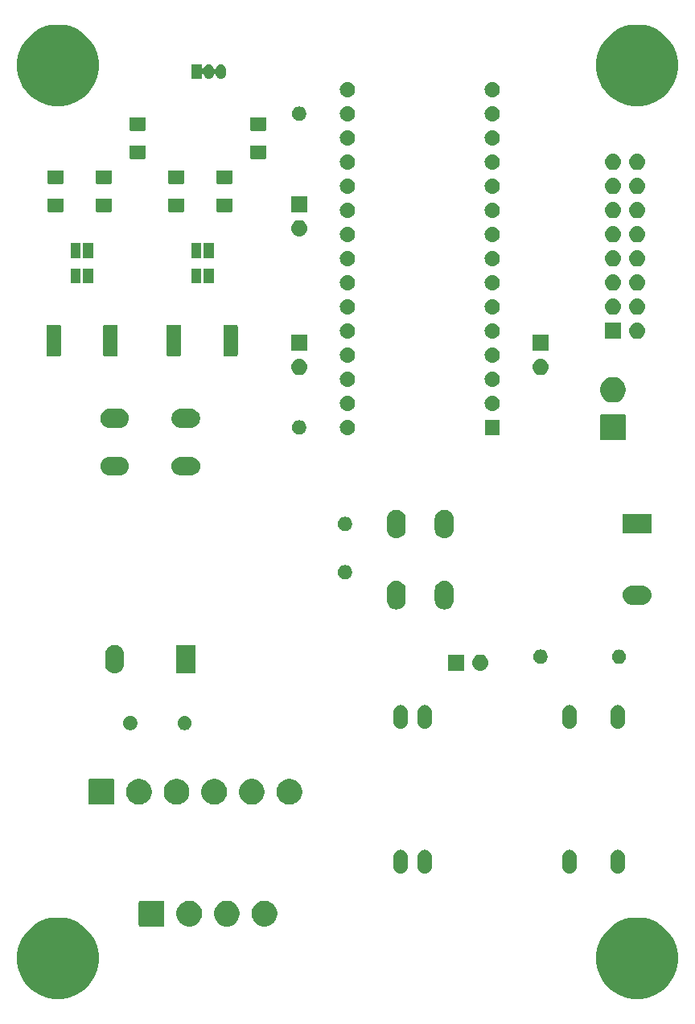
<source format=gbr>
G04 #@! TF.GenerationSoftware,KiCad,Pcbnew,(5.0.2)-1*
G04 #@! TF.CreationDate,2019-03-19T15:18:45-05:00*
G04 #@! TF.ProjectId,10MHz-Rb-Ref,31304d48-7a2d-4526-922d-5265662e6b69,rev?*
G04 #@! TF.SameCoordinates,Original*
G04 #@! TF.FileFunction,Soldermask,Top*
G04 #@! TF.FilePolarity,Negative*
%FSLAX46Y46*%
G04 Gerber Fmt 4.6, Leading zero omitted, Abs format (unit mm)*
G04 Created by KiCad (PCBNEW (5.0.2)-1) date 3/19/2019 3:18:45 PM*
%MOMM*%
%LPD*%
G01*
G04 APERTURE LIST*
%ADD10C,0.100000*%
G04 APERTURE END LIST*
D10*
G36*
X112598888Y-148182623D02*
X113014264Y-148265246D01*
X113796814Y-148589389D01*
X114256756Y-148896713D01*
X114501093Y-149059974D01*
X115100026Y-149658907D01*
X115100028Y-149658910D01*
X115570611Y-150363186D01*
X115894754Y-151145736D01*
X116060000Y-151976487D01*
X116060000Y-152823513D01*
X115894754Y-153654264D01*
X115570611Y-154436814D01*
X115103201Y-155136341D01*
X115100026Y-155141093D01*
X114501093Y-155740026D01*
X114501090Y-155740028D01*
X113796814Y-156210611D01*
X113014264Y-156534754D01*
X112183514Y-156700000D01*
X111336486Y-156700000D01*
X110505736Y-156534754D01*
X109723186Y-156210611D01*
X109018910Y-155740028D01*
X109018907Y-155740026D01*
X108419974Y-155141093D01*
X108416799Y-155136341D01*
X107949389Y-154436814D01*
X107625246Y-153654264D01*
X107460000Y-152823513D01*
X107460000Y-151976487D01*
X107625246Y-151145736D01*
X107949389Y-150363186D01*
X108419972Y-149658910D01*
X108419974Y-149658907D01*
X109018907Y-149059974D01*
X109263244Y-148896713D01*
X109723186Y-148589389D01*
X110505736Y-148265246D01*
X110921112Y-148182623D01*
X111336486Y-148100000D01*
X112183514Y-148100000D01*
X112598888Y-148182623D01*
X112598888Y-148182623D01*
G37*
G36*
X51638888Y-148182623D02*
X52054264Y-148265246D01*
X52836814Y-148589389D01*
X53296756Y-148896713D01*
X53541093Y-149059974D01*
X54140026Y-149658907D01*
X54140028Y-149658910D01*
X54610611Y-150363186D01*
X54934754Y-151145736D01*
X55100000Y-151976487D01*
X55100000Y-152823513D01*
X54934754Y-153654264D01*
X54610611Y-154436814D01*
X54143201Y-155136341D01*
X54140026Y-155141093D01*
X53541093Y-155740026D01*
X53541090Y-155740028D01*
X52836814Y-156210611D01*
X52054264Y-156534754D01*
X51223514Y-156700000D01*
X50376486Y-156700000D01*
X49545736Y-156534754D01*
X48763186Y-156210611D01*
X48058910Y-155740028D01*
X48058907Y-155740026D01*
X47459974Y-155141093D01*
X47456799Y-155136341D01*
X46989389Y-154436814D01*
X46665246Y-153654264D01*
X46500000Y-152823513D01*
X46500000Y-151976487D01*
X46665246Y-151145736D01*
X46989389Y-150363186D01*
X47459972Y-149658910D01*
X47459974Y-149658907D01*
X48058907Y-149059974D01*
X48303244Y-148896713D01*
X48763186Y-148589389D01*
X49545736Y-148265246D01*
X49961112Y-148182623D01*
X50376486Y-148100000D01*
X51223514Y-148100000D01*
X51638888Y-148182623D01*
X51638888Y-148182623D01*
G37*
G36*
X61890637Y-146354439D02*
X61918313Y-146362835D01*
X61943821Y-146376470D01*
X61966181Y-146394819D01*
X61984530Y-146417179D01*
X61998165Y-146442687D01*
X62006561Y-146470363D01*
X62010000Y-146505287D01*
X62010000Y-148896713D01*
X62006561Y-148931637D01*
X61998165Y-148959313D01*
X61984530Y-148984821D01*
X61966181Y-149007181D01*
X61943821Y-149025530D01*
X61918313Y-149039165D01*
X61890637Y-149047561D01*
X61855713Y-149051000D01*
X59464287Y-149051000D01*
X59429363Y-149047561D01*
X59401687Y-149039165D01*
X59376179Y-149025530D01*
X59353819Y-149007181D01*
X59335470Y-148984821D01*
X59321835Y-148959313D01*
X59313439Y-148931637D01*
X59310000Y-148896713D01*
X59310000Y-146505287D01*
X59313439Y-146470363D01*
X59321835Y-146442687D01*
X59335470Y-146417179D01*
X59353819Y-146394819D01*
X59376179Y-146376470D01*
X59401687Y-146362835D01*
X59429363Y-146354439D01*
X59464287Y-146351000D01*
X61855713Y-146351000D01*
X61890637Y-146354439D01*
X61890637Y-146354439D01*
G37*
G36*
X68973778Y-146402879D02*
X69219466Y-146504646D01*
X69440578Y-146652389D01*
X69628611Y-146840422D01*
X69776354Y-147061534D01*
X69878121Y-147307222D01*
X69930000Y-147568035D01*
X69930000Y-147833965D01*
X69878121Y-148094778D01*
X69776354Y-148340466D01*
X69628611Y-148561578D01*
X69440578Y-148749611D01*
X69219466Y-148897354D01*
X68973778Y-148999121D01*
X68712965Y-149051000D01*
X68447035Y-149051000D01*
X68186222Y-148999121D01*
X67940534Y-148897354D01*
X67719422Y-148749611D01*
X67531389Y-148561578D01*
X67383646Y-148340466D01*
X67281879Y-148094778D01*
X67230000Y-147833965D01*
X67230000Y-147568035D01*
X67281879Y-147307222D01*
X67383646Y-147061534D01*
X67531389Y-146840422D01*
X67719422Y-146652389D01*
X67940534Y-146504646D01*
X68186222Y-146402879D01*
X68447035Y-146351000D01*
X68712965Y-146351000D01*
X68973778Y-146402879D01*
X68973778Y-146402879D01*
G37*
G36*
X72933778Y-146402879D02*
X73179466Y-146504646D01*
X73400578Y-146652389D01*
X73588611Y-146840422D01*
X73736354Y-147061534D01*
X73838121Y-147307222D01*
X73890000Y-147568035D01*
X73890000Y-147833965D01*
X73838121Y-148094778D01*
X73736354Y-148340466D01*
X73588611Y-148561578D01*
X73400578Y-148749611D01*
X73179466Y-148897354D01*
X72933778Y-148999121D01*
X72672965Y-149051000D01*
X72407035Y-149051000D01*
X72146222Y-148999121D01*
X71900534Y-148897354D01*
X71679422Y-148749611D01*
X71491389Y-148561578D01*
X71343646Y-148340466D01*
X71241879Y-148094778D01*
X71190000Y-147833965D01*
X71190000Y-147568035D01*
X71241879Y-147307222D01*
X71343646Y-147061534D01*
X71491389Y-146840422D01*
X71679422Y-146652389D01*
X71900534Y-146504646D01*
X72146222Y-146402879D01*
X72407035Y-146351000D01*
X72672965Y-146351000D01*
X72933778Y-146402879D01*
X72933778Y-146402879D01*
G37*
G36*
X65013778Y-146402879D02*
X65259466Y-146504646D01*
X65480578Y-146652389D01*
X65668611Y-146840422D01*
X65816354Y-147061534D01*
X65918121Y-147307222D01*
X65970000Y-147568035D01*
X65970000Y-147833965D01*
X65918121Y-148094778D01*
X65816354Y-148340466D01*
X65668611Y-148561578D01*
X65480578Y-148749611D01*
X65259466Y-148897354D01*
X65013778Y-148999121D01*
X64752965Y-149051000D01*
X64487035Y-149051000D01*
X64226222Y-148999121D01*
X63980534Y-148897354D01*
X63759422Y-148749611D01*
X63571389Y-148561578D01*
X63423646Y-148340466D01*
X63321879Y-148094778D01*
X63270000Y-147833965D01*
X63270000Y-147568035D01*
X63321879Y-147307222D01*
X63423646Y-147061534D01*
X63571389Y-146840422D01*
X63759422Y-146652389D01*
X63980534Y-146504646D01*
X64226222Y-146402879D01*
X64487035Y-146351000D01*
X64752965Y-146351000D01*
X65013778Y-146402879D01*
X65013778Y-146402879D01*
G37*
G36*
X109875026Y-141000852D02*
X110016400Y-141043738D01*
X110146690Y-141113378D01*
X110260899Y-141207107D01*
X110354620Y-141321306D01*
X110424262Y-141451599D01*
X110467148Y-141592973D01*
X110478000Y-141703161D01*
X110478000Y-142776839D01*
X110467148Y-142887027D01*
X110424262Y-143028401D01*
X110354620Y-143158694D01*
X110260896Y-143272896D01*
X110146694Y-143366620D01*
X110016401Y-143436262D01*
X109875027Y-143479148D01*
X109728000Y-143493628D01*
X109580974Y-143479148D01*
X109439600Y-143436262D01*
X109309307Y-143366620D01*
X109195105Y-143272896D01*
X109101381Y-143158694D01*
X109031739Y-143028401D01*
X108988853Y-142887027D01*
X108978001Y-142776839D01*
X108978000Y-141703162D01*
X108988852Y-141592974D01*
X109031738Y-141451600D01*
X109101378Y-141321310D01*
X109195107Y-141207101D01*
X109309306Y-141113380D01*
X109439599Y-141043738D01*
X109580973Y-141000852D01*
X109728000Y-140986372D01*
X109875026Y-141000852D01*
X109875026Y-141000852D01*
G37*
G36*
X87015026Y-141000852D02*
X87156400Y-141043738D01*
X87286690Y-141113378D01*
X87400899Y-141207107D01*
X87494620Y-141321306D01*
X87564262Y-141451599D01*
X87607148Y-141592973D01*
X87618000Y-141703161D01*
X87618000Y-142776839D01*
X87607148Y-142887027D01*
X87564262Y-143028401D01*
X87494620Y-143158694D01*
X87400896Y-143272896D01*
X87286694Y-143366620D01*
X87156401Y-143436262D01*
X87015027Y-143479148D01*
X86868000Y-143493628D01*
X86720974Y-143479148D01*
X86579600Y-143436262D01*
X86449307Y-143366620D01*
X86335105Y-143272896D01*
X86241381Y-143158694D01*
X86171739Y-143028401D01*
X86128853Y-142887027D01*
X86118001Y-142776839D01*
X86118000Y-141703162D01*
X86128852Y-141592974D01*
X86171738Y-141451600D01*
X86241378Y-141321310D01*
X86335107Y-141207101D01*
X86449306Y-141113380D01*
X86579599Y-141043738D01*
X86720973Y-141000852D01*
X86868000Y-140986372D01*
X87015026Y-141000852D01*
X87015026Y-141000852D01*
G37*
G36*
X104795026Y-141000852D02*
X104936400Y-141043738D01*
X105066690Y-141113378D01*
X105180899Y-141207107D01*
X105274620Y-141321306D01*
X105344262Y-141451599D01*
X105387148Y-141592973D01*
X105398000Y-141703161D01*
X105398000Y-142776839D01*
X105387148Y-142887027D01*
X105344262Y-143028401D01*
X105274620Y-143158694D01*
X105180896Y-143272896D01*
X105066694Y-143366620D01*
X104936401Y-143436262D01*
X104795027Y-143479148D01*
X104648000Y-143493628D01*
X104500974Y-143479148D01*
X104359600Y-143436262D01*
X104229307Y-143366620D01*
X104115105Y-143272896D01*
X104021381Y-143158694D01*
X103951739Y-143028401D01*
X103908853Y-142887027D01*
X103898001Y-142776839D01*
X103898000Y-141703162D01*
X103908852Y-141592974D01*
X103951738Y-141451600D01*
X104021378Y-141321310D01*
X104115107Y-141207101D01*
X104229306Y-141113380D01*
X104359599Y-141043738D01*
X104500973Y-141000852D01*
X104648000Y-140986372D01*
X104795026Y-141000852D01*
X104795026Y-141000852D01*
G37*
G36*
X89555026Y-141000852D02*
X89696400Y-141043738D01*
X89826690Y-141113378D01*
X89940899Y-141207107D01*
X90034620Y-141321306D01*
X90104262Y-141451599D01*
X90147148Y-141592973D01*
X90158000Y-141703161D01*
X90158000Y-142776839D01*
X90147148Y-142887027D01*
X90104262Y-143028401D01*
X90034620Y-143158694D01*
X89940896Y-143272896D01*
X89826694Y-143366620D01*
X89696401Y-143436262D01*
X89555027Y-143479148D01*
X89408000Y-143493628D01*
X89260974Y-143479148D01*
X89119600Y-143436262D01*
X88989307Y-143366620D01*
X88875105Y-143272896D01*
X88781381Y-143158694D01*
X88711739Y-143028401D01*
X88668853Y-142887027D01*
X88658001Y-142776839D01*
X88658000Y-141703162D01*
X88668852Y-141592974D01*
X88711738Y-141451600D01*
X88781378Y-141321310D01*
X88875107Y-141207101D01*
X88989306Y-141113380D01*
X89119599Y-141043738D01*
X89260973Y-141000852D01*
X89408000Y-140986372D01*
X89555026Y-141000852D01*
X89555026Y-141000852D01*
G37*
G36*
X67645778Y-133575879D02*
X67891466Y-133677646D01*
X68112578Y-133825389D01*
X68300611Y-134013422D01*
X68448354Y-134234534D01*
X68550121Y-134480222D01*
X68602000Y-134741035D01*
X68602000Y-135006965D01*
X68550121Y-135267778D01*
X68448354Y-135513466D01*
X68300611Y-135734578D01*
X68112578Y-135922611D01*
X67891466Y-136070354D01*
X67645778Y-136172121D01*
X67384965Y-136224000D01*
X67119035Y-136224000D01*
X66858222Y-136172121D01*
X66612534Y-136070354D01*
X66391422Y-135922611D01*
X66203389Y-135734578D01*
X66055646Y-135513466D01*
X65953879Y-135267778D01*
X65902000Y-135006965D01*
X65902000Y-134741035D01*
X65953879Y-134480222D01*
X66055646Y-134234534D01*
X66203389Y-134013422D01*
X66391422Y-133825389D01*
X66612534Y-133677646D01*
X66858222Y-133575879D01*
X67119035Y-133524000D01*
X67384965Y-133524000D01*
X67645778Y-133575879D01*
X67645778Y-133575879D01*
G37*
G36*
X75565778Y-133575879D02*
X75811466Y-133677646D01*
X76032578Y-133825389D01*
X76220611Y-134013422D01*
X76368354Y-134234534D01*
X76470121Y-134480222D01*
X76522000Y-134741035D01*
X76522000Y-135006965D01*
X76470121Y-135267778D01*
X76368354Y-135513466D01*
X76220611Y-135734578D01*
X76032578Y-135922611D01*
X75811466Y-136070354D01*
X75565778Y-136172121D01*
X75304965Y-136224000D01*
X75039035Y-136224000D01*
X74778222Y-136172121D01*
X74532534Y-136070354D01*
X74311422Y-135922611D01*
X74123389Y-135734578D01*
X73975646Y-135513466D01*
X73873879Y-135267778D01*
X73822000Y-135006965D01*
X73822000Y-134741035D01*
X73873879Y-134480222D01*
X73975646Y-134234534D01*
X74123389Y-134013422D01*
X74311422Y-133825389D01*
X74532534Y-133677646D01*
X74778222Y-133575879D01*
X75039035Y-133524000D01*
X75304965Y-133524000D01*
X75565778Y-133575879D01*
X75565778Y-133575879D01*
G37*
G36*
X71605778Y-133575879D02*
X71851466Y-133677646D01*
X72072578Y-133825389D01*
X72260611Y-134013422D01*
X72408354Y-134234534D01*
X72510121Y-134480222D01*
X72562000Y-134741035D01*
X72562000Y-135006965D01*
X72510121Y-135267778D01*
X72408354Y-135513466D01*
X72260611Y-135734578D01*
X72072578Y-135922611D01*
X71851466Y-136070354D01*
X71605778Y-136172121D01*
X71344965Y-136224000D01*
X71079035Y-136224000D01*
X70818222Y-136172121D01*
X70572534Y-136070354D01*
X70351422Y-135922611D01*
X70163389Y-135734578D01*
X70015646Y-135513466D01*
X69913879Y-135267778D01*
X69862000Y-135006965D01*
X69862000Y-134741035D01*
X69913879Y-134480222D01*
X70015646Y-134234534D01*
X70163389Y-134013422D01*
X70351422Y-133825389D01*
X70572534Y-133677646D01*
X70818222Y-133575879D01*
X71079035Y-133524000D01*
X71344965Y-133524000D01*
X71605778Y-133575879D01*
X71605778Y-133575879D01*
G37*
G36*
X63685778Y-133575879D02*
X63931466Y-133677646D01*
X64152578Y-133825389D01*
X64340611Y-134013422D01*
X64488354Y-134234534D01*
X64590121Y-134480222D01*
X64642000Y-134741035D01*
X64642000Y-135006965D01*
X64590121Y-135267778D01*
X64488354Y-135513466D01*
X64340611Y-135734578D01*
X64152578Y-135922611D01*
X63931466Y-136070354D01*
X63685778Y-136172121D01*
X63424965Y-136224000D01*
X63159035Y-136224000D01*
X62898222Y-136172121D01*
X62652534Y-136070354D01*
X62431422Y-135922611D01*
X62243389Y-135734578D01*
X62095646Y-135513466D01*
X61993879Y-135267778D01*
X61942000Y-135006965D01*
X61942000Y-134741035D01*
X61993879Y-134480222D01*
X62095646Y-134234534D01*
X62243389Y-134013422D01*
X62431422Y-133825389D01*
X62652534Y-133677646D01*
X62898222Y-133575879D01*
X63159035Y-133524000D01*
X63424965Y-133524000D01*
X63685778Y-133575879D01*
X63685778Y-133575879D01*
G37*
G36*
X59725778Y-133575879D02*
X59971466Y-133677646D01*
X60192578Y-133825389D01*
X60380611Y-134013422D01*
X60528354Y-134234534D01*
X60630121Y-134480222D01*
X60682000Y-134741035D01*
X60682000Y-135006965D01*
X60630121Y-135267778D01*
X60528354Y-135513466D01*
X60380611Y-135734578D01*
X60192578Y-135922611D01*
X59971466Y-136070354D01*
X59725778Y-136172121D01*
X59464965Y-136224000D01*
X59199035Y-136224000D01*
X58938222Y-136172121D01*
X58692534Y-136070354D01*
X58471422Y-135922611D01*
X58283389Y-135734578D01*
X58135646Y-135513466D01*
X58033879Y-135267778D01*
X57982000Y-135006965D01*
X57982000Y-134741035D01*
X58033879Y-134480222D01*
X58135646Y-134234534D01*
X58283389Y-134013422D01*
X58471422Y-133825389D01*
X58692534Y-133677646D01*
X58938222Y-133575879D01*
X59199035Y-133524000D01*
X59464965Y-133524000D01*
X59725778Y-133575879D01*
X59725778Y-133575879D01*
G37*
G36*
X56602637Y-133527439D02*
X56630313Y-133535835D01*
X56655821Y-133549470D01*
X56678181Y-133567819D01*
X56696530Y-133590179D01*
X56710165Y-133615687D01*
X56718561Y-133643363D01*
X56722000Y-133678287D01*
X56722000Y-136069713D01*
X56718561Y-136104637D01*
X56710165Y-136132313D01*
X56696530Y-136157821D01*
X56678181Y-136180181D01*
X56655821Y-136198530D01*
X56630313Y-136212165D01*
X56602637Y-136220561D01*
X56567713Y-136224000D01*
X54176287Y-136224000D01*
X54141363Y-136220561D01*
X54113687Y-136212165D01*
X54088179Y-136198530D01*
X54065819Y-136180181D01*
X54047470Y-136157821D01*
X54033835Y-136132313D01*
X54025439Y-136104637D01*
X54022000Y-136069713D01*
X54022000Y-133678287D01*
X54025439Y-133643363D01*
X54033835Y-133615687D01*
X54047470Y-133590179D01*
X54065819Y-133567819D01*
X54088179Y-133549470D01*
X54113687Y-133535835D01*
X54141363Y-133527439D01*
X54176287Y-133524000D01*
X56567713Y-133524000D01*
X56602637Y-133527439D01*
X56602637Y-133527439D01*
G37*
G36*
X58566318Y-126899411D02*
X58638767Y-126913822D01*
X58695303Y-126937240D01*
X58775257Y-126970358D01*
X58898100Y-127052439D01*
X59002561Y-127156900D01*
X59084642Y-127279743D01*
X59141178Y-127416234D01*
X59170000Y-127561130D01*
X59170000Y-127708870D01*
X59141178Y-127853766D01*
X59084642Y-127990257D01*
X59002561Y-128113100D01*
X58898100Y-128217561D01*
X58775257Y-128299642D01*
X58695303Y-128332760D01*
X58638767Y-128356178D01*
X58566318Y-128370589D01*
X58493870Y-128385000D01*
X58346130Y-128385000D01*
X58273682Y-128370589D01*
X58201233Y-128356178D01*
X58144697Y-128332760D01*
X58064743Y-128299642D01*
X57941900Y-128217561D01*
X57837439Y-128113100D01*
X57755358Y-127990257D01*
X57698822Y-127853766D01*
X57670000Y-127708870D01*
X57670000Y-127561130D01*
X57698822Y-127416234D01*
X57755358Y-127279743D01*
X57837439Y-127156900D01*
X57941900Y-127052439D01*
X58064743Y-126970358D01*
X58144697Y-126937240D01*
X58201233Y-126913822D01*
X58273682Y-126899411D01*
X58346130Y-126885000D01*
X58493870Y-126885000D01*
X58566318Y-126899411D01*
X58566318Y-126899411D01*
G37*
G36*
X64281318Y-126899411D02*
X64353767Y-126913822D01*
X64410303Y-126937240D01*
X64490257Y-126970358D01*
X64613100Y-127052439D01*
X64717561Y-127156900D01*
X64799642Y-127279743D01*
X64856178Y-127416234D01*
X64885000Y-127561130D01*
X64885000Y-127708870D01*
X64856178Y-127853766D01*
X64799642Y-127990257D01*
X64717561Y-128113100D01*
X64613100Y-128217561D01*
X64490257Y-128299642D01*
X64410303Y-128332760D01*
X64353767Y-128356178D01*
X64281318Y-128370589D01*
X64208870Y-128385000D01*
X64061130Y-128385000D01*
X63988682Y-128370589D01*
X63916233Y-128356178D01*
X63859697Y-128332760D01*
X63779743Y-128299642D01*
X63656900Y-128217561D01*
X63552439Y-128113100D01*
X63470358Y-127990257D01*
X63413822Y-127853766D01*
X63385000Y-127708870D01*
X63385000Y-127561130D01*
X63413822Y-127416234D01*
X63470358Y-127279743D01*
X63552439Y-127156900D01*
X63656900Y-127052439D01*
X63779743Y-126970358D01*
X63859697Y-126937240D01*
X63916233Y-126913822D01*
X63988682Y-126899411D01*
X64061130Y-126885000D01*
X64208870Y-126885000D01*
X64281318Y-126899411D01*
X64281318Y-126899411D01*
G37*
G36*
X87015026Y-125760852D02*
X87156400Y-125803738D01*
X87286690Y-125873378D01*
X87400899Y-125967107D01*
X87494620Y-126081306D01*
X87564262Y-126211599D01*
X87607148Y-126352973D01*
X87618000Y-126463161D01*
X87618000Y-127536839D01*
X87607148Y-127647027D01*
X87564262Y-127788401D01*
X87494620Y-127918694D01*
X87400896Y-128032896D01*
X87286694Y-128126620D01*
X87156401Y-128196262D01*
X87015027Y-128239148D01*
X86868000Y-128253628D01*
X86720974Y-128239148D01*
X86579600Y-128196262D01*
X86449307Y-128126620D01*
X86335105Y-128032896D01*
X86241381Y-127918694D01*
X86171739Y-127788401D01*
X86128853Y-127647027D01*
X86118001Y-127536839D01*
X86118000Y-126463162D01*
X86128852Y-126352974D01*
X86171738Y-126211600D01*
X86241378Y-126081310D01*
X86335107Y-125967101D01*
X86449306Y-125873380D01*
X86579599Y-125803738D01*
X86720973Y-125760852D01*
X86868000Y-125746372D01*
X87015026Y-125760852D01*
X87015026Y-125760852D01*
G37*
G36*
X109875026Y-125760852D02*
X110016400Y-125803738D01*
X110146690Y-125873378D01*
X110260899Y-125967107D01*
X110354620Y-126081306D01*
X110424262Y-126211599D01*
X110467148Y-126352973D01*
X110478000Y-126463161D01*
X110478000Y-127536839D01*
X110467148Y-127647027D01*
X110424262Y-127788401D01*
X110354620Y-127918694D01*
X110260896Y-128032896D01*
X110146694Y-128126620D01*
X110016401Y-128196262D01*
X109875027Y-128239148D01*
X109728000Y-128253628D01*
X109580974Y-128239148D01*
X109439600Y-128196262D01*
X109309307Y-128126620D01*
X109195105Y-128032896D01*
X109101381Y-127918694D01*
X109031739Y-127788401D01*
X108988853Y-127647027D01*
X108978001Y-127536839D01*
X108978000Y-126463162D01*
X108988852Y-126352974D01*
X109031738Y-126211600D01*
X109101378Y-126081310D01*
X109195107Y-125967101D01*
X109309306Y-125873380D01*
X109439599Y-125803738D01*
X109580973Y-125760852D01*
X109728000Y-125746372D01*
X109875026Y-125760852D01*
X109875026Y-125760852D01*
G37*
G36*
X104795026Y-125760852D02*
X104936400Y-125803738D01*
X105066690Y-125873378D01*
X105180899Y-125967107D01*
X105274620Y-126081306D01*
X105344262Y-126211599D01*
X105387148Y-126352973D01*
X105398000Y-126463161D01*
X105398000Y-127536839D01*
X105387148Y-127647027D01*
X105344262Y-127788401D01*
X105274620Y-127918694D01*
X105180896Y-128032896D01*
X105066694Y-128126620D01*
X104936401Y-128196262D01*
X104795027Y-128239148D01*
X104648000Y-128253628D01*
X104500974Y-128239148D01*
X104359600Y-128196262D01*
X104229307Y-128126620D01*
X104115105Y-128032896D01*
X104021381Y-127918694D01*
X103951739Y-127788401D01*
X103908853Y-127647027D01*
X103898001Y-127536839D01*
X103898000Y-126463162D01*
X103908852Y-126352974D01*
X103951738Y-126211600D01*
X104021378Y-126081310D01*
X104115107Y-125967101D01*
X104229306Y-125873380D01*
X104359599Y-125803738D01*
X104500973Y-125760852D01*
X104648000Y-125746372D01*
X104795026Y-125760852D01*
X104795026Y-125760852D01*
G37*
G36*
X89555026Y-125760852D02*
X89696400Y-125803738D01*
X89826690Y-125873378D01*
X89940899Y-125967107D01*
X90034620Y-126081306D01*
X90104262Y-126211599D01*
X90147148Y-126352973D01*
X90158000Y-126463161D01*
X90158000Y-127536839D01*
X90147148Y-127647027D01*
X90104262Y-127788401D01*
X90034620Y-127918694D01*
X89940896Y-128032896D01*
X89826694Y-128126620D01*
X89696401Y-128196262D01*
X89555027Y-128239148D01*
X89408000Y-128253628D01*
X89260974Y-128239148D01*
X89119600Y-128196262D01*
X88989307Y-128126620D01*
X88875105Y-128032896D01*
X88781381Y-127918694D01*
X88711739Y-127788401D01*
X88668853Y-127647027D01*
X88658001Y-127536839D01*
X88658000Y-126463162D01*
X88668852Y-126352974D01*
X88711738Y-126211600D01*
X88781378Y-126081310D01*
X88875107Y-125967101D01*
X88989306Y-125873380D01*
X89119599Y-125803738D01*
X89260973Y-125760852D01*
X89408000Y-125746372D01*
X89555026Y-125760852D01*
X89555026Y-125760852D01*
G37*
G36*
X56958030Y-119418469D02*
X56958033Y-119418470D01*
X56958034Y-119418470D01*
X57146535Y-119475651D01*
X57146537Y-119475652D01*
X57320260Y-119568509D01*
X57472528Y-119693472D01*
X57597491Y-119845740D01*
X57597492Y-119845742D01*
X57690349Y-120019465D01*
X57747530Y-120207966D01*
X57747531Y-120207970D01*
X57762000Y-120354876D01*
X57762000Y-121453124D01*
X57747531Y-121600030D01*
X57747530Y-121600033D01*
X57747530Y-121600034D01*
X57699151Y-121759520D01*
X57690348Y-121788537D01*
X57597491Y-121962260D01*
X57472528Y-122114528D01*
X57320258Y-122239493D01*
X57146539Y-122332347D01*
X57146536Y-122332348D01*
X57146534Y-122332349D01*
X56958033Y-122389530D01*
X56958032Y-122389530D01*
X56958029Y-122389531D01*
X56762000Y-122408838D01*
X56565970Y-122389531D01*
X56565967Y-122389530D01*
X56565966Y-122389530D01*
X56377465Y-122332349D01*
X56203742Y-122239492D01*
X56203740Y-122239491D01*
X56051472Y-122114528D01*
X55926507Y-121962258D01*
X55833653Y-121788539D01*
X55824850Y-121759519D01*
X55776470Y-121600033D01*
X55776470Y-121600032D01*
X55776469Y-121600029D01*
X55762000Y-121453123D01*
X55762000Y-120354876D01*
X55776469Y-120207965D01*
X55833651Y-120019467D01*
X55926510Y-119845740D01*
X56051473Y-119693472D01*
X56203741Y-119568509D01*
X56377464Y-119475652D01*
X56377466Y-119475651D01*
X56565967Y-119418470D01*
X56565968Y-119418470D01*
X56565971Y-119418469D01*
X56762000Y-119399162D01*
X56958030Y-119418469D01*
X56958030Y-119418469D01*
G37*
G36*
X65262000Y-122404000D02*
X63262000Y-122404000D01*
X63262000Y-119404000D01*
X65262000Y-119404000D01*
X65262000Y-122404000D01*
X65262000Y-122404000D01*
G37*
G36*
X93560000Y-122135000D02*
X91860000Y-122135000D01*
X91860000Y-120435000D01*
X93560000Y-120435000D01*
X93560000Y-122135000D01*
X93560000Y-122135000D01*
G37*
G36*
X95416630Y-120447299D02*
X95576855Y-120495903D01*
X95724520Y-120574831D01*
X95853949Y-120681051D01*
X95960169Y-120810480D01*
X96039097Y-120958145D01*
X96087701Y-121118370D01*
X96104112Y-121285000D01*
X96087701Y-121451630D01*
X96039097Y-121611855D01*
X95960169Y-121759520D01*
X95853949Y-121888949D01*
X95724520Y-121995169D01*
X95576855Y-122074097D01*
X95416630Y-122122701D01*
X95291752Y-122135000D01*
X95208248Y-122135000D01*
X95083370Y-122122701D01*
X94923145Y-122074097D01*
X94775480Y-121995169D01*
X94646051Y-121888949D01*
X94539831Y-121759520D01*
X94460903Y-121611855D01*
X94412299Y-121451630D01*
X94395888Y-121285000D01*
X94412299Y-121118370D01*
X94460903Y-120958145D01*
X94539831Y-120810480D01*
X94646051Y-120681051D01*
X94775480Y-120574831D01*
X94923145Y-120495903D01*
X95083370Y-120447299D01*
X95208248Y-120435000D01*
X95291752Y-120435000D01*
X95416630Y-120447299D01*
X95416630Y-120447299D01*
G37*
G36*
X101746318Y-119914411D02*
X101818767Y-119928822D01*
X101875303Y-119952240D01*
X101955257Y-119985358D01*
X102078100Y-120067439D01*
X102182561Y-120171900D01*
X102264642Y-120294743D01*
X102321178Y-120431234D01*
X102350000Y-120576130D01*
X102350000Y-120723870D01*
X102321178Y-120868766D01*
X102264642Y-121005257D01*
X102182561Y-121128100D01*
X102078100Y-121232561D01*
X101955257Y-121314642D01*
X101875303Y-121347760D01*
X101818767Y-121371178D01*
X101746318Y-121385589D01*
X101673870Y-121400000D01*
X101526130Y-121400000D01*
X101453682Y-121385589D01*
X101381233Y-121371178D01*
X101324697Y-121347760D01*
X101244743Y-121314642D01*
X101121900Y-121232561D01*
X101017439Y-121128100D01*
X100935358Y-121005257D01*
X100878822Y-120868766D01*
X100850000Y-120723870D01*
X100850000Y-120576130D01*
X100878822Y-120431234D01*
X100935358Y-120294743D01*
X101017439Y-120171900D01*
X101121900Y-120067439D01*
X101244743Y-119985358D01*
X101324697Y-119952240D01*
X101381233Y-119928822D01*
X101453682Y-119914411D01*
X101526130Y-119900000D01*
X101673870Y-119900000D01*
X101746318Y-119914411D01*
X101746318Y-119914411D01*
G37*
G36*
X110001318Y-119914411D02*
X110073767Y-119928822D01*
X110130303Y-119952240D01*
X110210257Y-119985358D01*
X110333100Y-120067439D01*
X110437561Y-120171900D01*
X110519642Y-120294743D01*
X110576178Y-120431234D01*
X110605000Y-120576130D01*
X110605000Y-120723870D01*
X110576178Y-120868766D01*
X110519642Y-121005257D01*
X110437561Y-121128100D01*
X110333100Y-121232561D01*
X110210257Y-121314642D01*
X110130303Y-121347760D01*
X110073767Y-121371178D01*
X110001318Y-121385589D01*
X109928870Y-121400000D01*
X109781130Y-121400000D01*
X109708682Y-121385589D01*
X109636233Y-121371178D01*
X109579697Y-121347760D01*
X109499743Y-121314642D01*
X109376900Y-121232561D01*
X109272439Y-121128100D01*
X109190358Y-121005257D01*
X109133822Y-120868766D01*
X109105000Y-120723870D01*
X109105000Y-120576130D01*
X109133822Y-120431234D01*
X109190358Y-120294743D01*
X109272439Y-120171900D01*
X109376900Y-120067439D01*
X109499743Y-119985358D01*
X109579697Y-119952240D01*
X109636233Y-119928822D01*
X109708682Y-119914411D01*
X109781130Y-119900000D01*
X109928870Y-119900000D01*
X110001318Y-119914411D01*
X110001318Y-119914411D01*
G37*
G36*
X91656029Y-112694469D02*
X91656032Y-112694470D01*
X91656033Y-112694470D01*
X91844534Y-112751651D01*
X91844536Y-112751652D01*
X91844539Y-112751653D01*
X92018258Y-112844507D01*
X92170528Y-112969472D01*
X92295491Y-113121740D01*
X92388348Y-113295463D01*
X92445531Y-113483970D01*
X92460000Y-113630876D01*
X92460000Y-114729124D01*
X92445531Y-114876030D01*
X92445530Y-114876033D01*
X92445530Y-114876034D01*
X92388350Y-115064533D01*
X92388348Y-115064537D01*
X92295491Y-115238260D01*
X92170528Y-115390528D01*
X92018260Y-115515491D01*
X92018258Y-115515492D01*
X91844535Y-115608349D01*
X91656034Y-115665530D01*
X91656033Y-115665530D01*
X91656030Y-115665531D01*
X91460000Y-115684838D01*
X91263971Y-115665531D01*
X91263968Y-115665530D01*
X91263967Y-115665530D01*
X91075466Y-115608349D01*
X90901743Y-115515492D01*
X90901741Y-115515491D01*
X90749473Y-115390528D01*
X90624510Y-115238260D01*
X90531651Y-115064533D01*
X90474469Y-114876035D01*
X90460000Y-114729124D01*
X90460000Y-113630877D01*
X90474469Y-113483971D01*
X90474470Y-113483967D01*
X90531651Y-113295466D01*
X90531652Y-113295464D01*
X90531653Y-113295461D01*
X90624507Y-113121742D01*
X90749472Y-112969472D01*
X90901740Y-112844509D01*
X91075463Y-112751652D01*
X91075465Y-112751651D01*
X91263966Y-112694470D01*
X91263967Y-112694470D01*
X91263970Y-112694469D01*
X91460000Y-112675162D01*
X91656029Y-112694469D01*
X91656029Y-112694469D01*
G37*
G36*
X86616029Y-112694469D02*
X86616032Y-112694470D01*
X86616033Y-112694470D01*
X86804534Y-112751651D01*
X86804536Y-112751652D01*
X86804539Y-112751653D01*
X86978258Y-112844507D01*
X87130528Y-112969472D01*
X87255491Y-113121740D01*
X87348348Y-113295463D01*
X87405531Y-113483970D01*
X87420000Y-113630876D01*
X87420000Y-114729124D01*
X87405531Y-114876030D01*
X87405530Y-114876033D01*
X87405530Y-114876034D01*
X87348350Y-115064533D01*
X87348348Y-115064537D01*
X87255491Y-115238260D01*
X87130528Y-115390528D01*
X86978260Y-115515491D01*
X86978258Y-115515492D01*
X86804535Y-115608349D01*
X86616034Y-115665530D01*
X86616033Y-115665530D01*
X86616030Y-115665531D01*
X86420000Y-115684838D01*
X86223971Y-115665531D01*
X86223968Y-115665530D01*
X86223967Y-115665530D01*
X86035466Y-115608349D01*
X85861743Y-115515492D01*
X85861741Y-115515491D01*
X85709473Y-115390528D01*
X85584510Y-115238260D01*
X85491651Y-115064533D01*
X85434469Y-114876035D01*
X85420000Y-114729124D01*
X85420000Y-113630877D01*
X85434469Y-113483971D01*
X85434470Y-113483967D01*
X85491651Y-113295466D01*
X85491652Y-113295464D01*
X85491653Y-113295461D01*
X85584507Y-113121742D01*
X85709472Y-112969472D01*
X85861740Y-112844509D01*
X86035463Y-112751652D01*
X86035465Y-112751651D01*
X86223966Y-112694470D01*
X86223967Y-112694470D01*
X86223970Y-112694469D01*
X86420000Y-112675162D01*
X86616029Y-112694469D01*
X86616029Y-112694469D01*
G37*
G36*
X112456030Y-113194469D02*
X112456033Y-113194470D01*
X112456034Y-113194470D01*
X112644535Y-113251651D01*
X112644537Y-113251652D01*
X112818260Y-113344509D01*
X112970528Y-113469472D01*
X113095491Y-113621740D01*
X113188348Y-113795463D01*
X113245531Y-113983970D01*
X113264838Y-114180000D01*
X113245531Y-114376030D01*
X113188348Y-114564537D01*
X113095491Y-114738260D01*
X112970528Y-114890528D01*
X112818260Y-115015491D01*
X112644537Y-115108348D01*
X112644535Y-115108349D01*
X112456034Y-115165530D01*
X112456033Y-115165530D01*
X112456030Y-115165531D01*
X112309124Y-115180000D01*
X111210876Y-115180000D01*
X111063970Y-115165531D01*
X111063967Y-115165530D01*
X111063966Y-115165530D01*
X110875465Y-115108349D01*
X110875463Y-115108348D01*
X110701740Y-115015491D01*
X110549472Y-114890528D01*
X110424509Y-114738260D01*
X110331652Y-114564537D01*
X110274469Y-114376030D01*
X110255162Y-114180000D01*
X110274469Y-113983970D01*
X110331652Y-113795463D01*
X110424509Y-113621740D01*
X110549472Y-113469472D01*
X110701740Y-113344509D01*
X110875463Y-113251652D01*
X110875465Y-113251651D01*
X111063966Y-113194470D01*
X111063967Y-113194470D01*
X111063970Y-113194469D01*
X111210876Y-113180000D01*
X112309124Y-113180000D01*
X112456030Y-113194469D01*
X112456030Y-113194469D01*
G37*
G36*
X81172318Y-111024411D02*
X81244767Y-111038822D01*
X81301303Y-111062240D01*
X81381257Y-111095358D01*
X81504100Y-111177439D01*
X81608561Y-111281900D01*
X81690642Y-111404743D01*
X81747178Y-111541234D01*
X81776000Y-111686130D01*
X81776000Y-111833870D01*
X81747178Y-111978766D01*
X81690642Y-112115257D01*
X81608561Y-112238100D01*
X81504100Y-112342561D01*
X81381257Y-112424642D01*
X81301303Y-112457760D01*
X81244767Y-112481178D01*
X81172318Y-112495589D01*
X81099870Y-112510000D01*
X80952130Y-112510000D01*
X80879682Y-112495589D01*
X80807233Y-112481178D01*
X80750697Y-112457760D01*
X80670743Y-112424642D01*
X80547900Y-112342561D01*
X80443439Y-112238100D01*
X80361358Y-112115257D01*
X80304822Y-111978766D01*
X80276000Y-111833870D01*
X80276000Y-111686130D01*
X80304822Y-111541234D01*
X80361358Y-111404743D01*
X80443439Y-111281900D01*
X80547900Y-111177439D01*
X80670743Y-111095358D01*
X80750697Y-111062240D01*
X80807233Y-111038822D01*
X80879682Y-111024411D01*
X80952130Y-111010000D01*
X81099870Y-111010000D01*
X81172318Y-111024411D01*
X81172318Y-111024411D01*
G37*
G36*
X91656029Y-105194469D02*
X91656032Y-105194470D01*
X91656033Y-105194470D01*
X91844534Y-105251651D01*
X91844536Y-105251652D01*
X91844539Y-105251653D01*
X92018258Y-105344507D01*
X92170528Y-105469472D01*
X92295491Y-105621740D01*
X92295492Y-105621742D01*
X92388349Y-105795465D01*
X92445530Y-105983966D01*
X92445531Y-105983970D01*
X92460000Y-106130876D01*
X92460000Y-107229124D01*
X92445531Y-107376030D01*
X92445530Y-107376033D01*
X92445530Y-107376034D01*
X92388350Y-107564533D01*
X92388348Y-107564537D01*
X92295491Y-107738260D01*
X92170528Y-107890528D01*
X92018260Y-108015491D01*
X92018258Y-108015492D01*
X91844535Y-108108349D01*
X91656034Y-108165530D01*
X91656033Y-108165530D01*
X91656030Y-108165531D01*
X91460000Y-108184838D01*
X91263971Y-108165531D01*
X91263968Y-108165530D01*
X91263967Y-108165530D01*
X91075466Y-108108349D01*
X90901743Y-108015492D01*
X90901741Y-108015491D01*
X90749473Y-107890528D01*
X90624510Y-107738260D01*
X90531651Y-107564533D01*
X90474469Y-107376035D01*
X90460000Y-107229124D01*
X90460000Y-106130877D01*
X90474469Y-105983971D01*
X90474470Y-105983967D01*
X90531651Y-105795466D01*
X90531652Y-105795464D01*
X90531653Y-105795461D01*
X90624507Y-105621742D01*
X90749472Y-105469472D01*
X90901740Y-105344509D01*
X91075463Y-105251652D01*
X91075465Y-105251651D01*
X91263966Y-105194470D01*
X91263967Y-105194470D01*
X91263970Y-105194469D01*
X91460000Y-105175162D01*
X91656029Y-105194469D01*
X91656029Y-105194469D01*
G37*
G36*
X86616029Y-105194469D02*
X86616032Y-105194470D01*
X86616033Y-105194470D01*
X86804534Y-105251651D01*
X86804536Y-105251652D01*
X86804539Y-105251653D01*
X86978258Y-105344507D01*
X87130528Y-105469472D01*
X87255491Y-105621740D01*
X87255492Y-105621742D01*
X87348349Y-105795465D01*
X87405530Y-105983966D01*
X87405531Y-105983970D01*
X87420000Y-106130876D01*
X87420000Y-107229124D01*
X87405531Y-107376030D01*
X87405530Y-107376033D01*
X87405530Y-107376034D01*
X87348350Y-107564533D01*
X87348348Y-107564537D01*
X87255491Y-107738260D01*
X87130528Y-107890528D01*
X86978260Y-108015491D01*
X86978258Y-108015492D01*
X86804535Y-108108349D01*
X86616034Y-108165530D01*
X86616033Y-108165530D01*
X86616030Y-108165531D01*
X86420000Y-108184838D01*
X86223971Y-108165531D01*
X86223968Y-108165530D01*
X86223967Y-108165530D01*
X86035466Y-108108349D01*
X85861743Y-108015492D01*
X85861741Y-108015491D01*
X85709473Y-107890528D01*
X85584510Y-107738260D01*
X85491651Y-107564533D01*
X85434469Y-107376035D01*
X85420000Y-107229124D01*
X85420000Y-106130877D01*
X85434469Y-105983971D01*
X85434470Y-105983967D01*
X85491651Y-105795466D01*
X85491652Y-105795464D01*
X85491653Y-105795461D01*
X85584507Y-105621742D01*
X85709472Y-105469472D01*
X85861740Y-105344509D01*
X86035463Y-105251652D01*
X86035465Y-105251651D01*
X86223966Y-105194470D01*
X86223967Y-105194470D01*
X86223970Y-105194469D01*
X86420000Y-105175162D01*
X86616029Y-105194469D01*
X86616029Y-105194469D01*
G37*
G36*
X113260000Y-107680000D02*
X110260000Y-107680000D01*
X110260000Y-105680000D01*
X113260000Y-105680000D01*
X113260000Y-107680000D01*
X113260000Y-107680000D01*
G37*
G36*
X81172318Y-105944411D02*
X81244767Y-105958822D01*
X81301303Y-105982240D01*
X81381257Y-106015358D01*
X81504100Y-106097439D01*
X81608561Y-106201900D01*
X81690642Y-106324743D01*
X81747178Y-106461234D01*
X81776000Y-106606130D01*
X81776000Y-106753870D01*
X81747178Y-106898766D01*
X81690642Y-107035257D01*
X81608561Y-107158100D01*
X81504100Y-107262561D01*
X81381257Y-107344642D01*
X81305479Y-107376030D01*
X81244767Y-107401178D01*
X81172318Y-107415589D01*
X81099870Y-107430000D01*
X80952130Y-107430000D01*
X80879682Y-107415589D01*
X80807233Y-107401178D01*
X80746521Y-107376030D01*
X80670743Y-107344642D01*
X80547900Y-107262561D01*
X80443439Y-107158100D01*
X80361358Y-107035257D01*
X80304822Y-106898766D01*
X80276000Y-106753870D01*
X80276000Y-106606130D01*
X80304822Y-106461234D01*
X80361358Y-106324743D01*
X80443439Y-106201900D01*
X80547900Y-106097439D01*
X80670743Y-106015358D01*
X80750697Y-105982240D01*
X80807233Y-105958822D01*
X80879682Y-105944411D01*
X80952130Y-105930000D01*
X81099870Y-105930000D01*
X81172318Y-105944411D01*
X81172318Y-105944411D01*
G37*
G36*
X64958030Y-99618469D02*
X64958033Y-99618470D01*
X64958034Y-99618470D01*
X65146535Y-99675651D01*
X65146537Y-99675652D01*
X65320260Y-99768509D01*
X65472528Y-99893472D01*
X65597491Y-100045740D01*
X65690348Y-100219463D01*
X65747531Y-100407970D01*
X65766838Y-100604000D01*
X65747531Y-100800030D01*
X65690348Y-100988537D01*
X65597491Y-101162260D01*
X65472528Y-101314528D01*
X65320260Y-101439491D01*
X65320258Y-101439492D01*
X65146535Y-101532349D01*
X64958034Y-101589530D01*
X64958033Y-101589530D01*
X64958030Y-101589531D01*
X64811124Y-101604000D01*
X63712876Y-101604000D01*
X63565970Y-101589531D01*
X63565967Y-101589530D01*
X63565966Y-101589530D01*
X63377465Y-101532349D01*
X63203742Y-101439492D01*
X63203740Y-101439491D01*
X63051472Y-101314528D01*
X62926509Y-101162260D01*
X62833652Y-100988537D01*
X62776469Y-100800030D01*
X62757162Y-100604000D01*
X62776469Y-100407970D01*
X62833652Y-100219463D01*
X62926509Y-100045740D01*
X63051472Y-99893472D01*
X63203740Y-99768509D01*
X63377463Y-99675652D01*
X63377465Y-99675651D01*
X63565966Y-99618470D01*
X63565967Y-99618470D01*
X63565970Y-99618469D01*
X63712876Y-99604000D01*
X64811124Y-99604000D01*
X64958030Y-99618469D01*
X64958030Y-99618469D01*
G37*
G36*
X57458030Y-99618469D02*
X57458033Y-99618470D01*
X57458034Y-99618470D01*
X57646535Y-99675651D01*
X57646537Y-99675652D01*
X57820260Y-99768509D01*
X57972528Y-99893472D01*
X58097491Y-100045740D01*
X58190348Y-100219463D01*
X58247531Y-100407970D01*
X58266838Y-100604000D01*
X58247531Y-100800030D01*
X58190348Y-100988537D01*
X58097491Y-101162260D01*
X57972528Y-101314528D01*
X57820260Y-101439491D01*
X57820258Y-101439492D01*
X57646535Y-101532349D01*
X57458034Y-101589530D01*
X57458033Y-101589530D01*
X57458030Y-101589531D01*
X57311124Y-101604000D01*
X56212876Y-101604000D01*
X56065970Y-101589531D01*
X56065967Y-101589530D01*
X56065966Y-101589530D01*
X55877465Y-101532349D01*
X55703742Y-101439492D01*
X55703740Y-101439491D01*
X55551472Y-101314528D01*
X55426509Y-101162260D01*
X55333652Y-100988537D01*
X55276469Y-100800030D01*
X55257162Y-100604000D01*
X55276469Y-100407970D01*
X55333652Y-100219463D01*
X55426509Y-100045740D01*
X55551472Y-99893472D01*
X55703740Y-99768509D01*
X55877463Y-99675652D01*
X55877465Y-99675651D01*
X56065966Y-99618470D01*
X56065967Y-99618470D01*
X56065970Y-99618469D01*
X56212876Y-99604000D01*
X57311124Y-99604000D01*
X57458030Y-99618469D01*
X57458030Y-99618469D01*
G37*
G36*
X110450637Y-95173439D02*
X110478313Y-95181835D01*
X110503821Y-95195470D01*
X110526181Y-95213819D01*
X110544530Y-95236179D01*
X110558165Y-95261687D01*
X110566561Y-95289363D01*
X110570000Y-95324287D01*
X110570000Y-97715713D01*
X110566561Y-97750637D01*
X110558165Y-97778313D01*
X110544530Y-97803821D01*
X110526181Y-97826181D01*
X110503821Y-97844530D01*
X110478313Y-97858165D01*
X110450637Y-97866561D01*
X110415713Y-97870000D01*
X108024287Y-97870000D01*
X107989363Y-97866561D01*
X107961687Y-97858165D01*
X107936179Y-97844530D01*
X107913819Y-97826181D01*
X107895470Y-97803821D01*
X107881835Y-97778313D01*
X107873439Y-97750637D01*
X107870000Y-97715713D01*
X107870000Y-95324287D01*
X107873439Y-95289363D01*
X107881835Y-95261687D01*
X107895470Y-95236179D01*
X107913819Y-95213819D01*
X107936179Y-95195470D01*
X107961687Y-95181835D01*
X107989363Y-95173439D01*
X108024287Y-95170000D01*
X110415713Y-95170000D01*
X110450637Y-95173439D01*
X110450637Y-95173439D01*
G37*
G36*
X81397649Y-95727717D02*
X81436827Y-95731576D01*
X81512227Y-95754448D01*
X81587629Y-95777321D01*
X81726608Y-95851608D01*
X81848422Y-95951578D01*
X81948392Y-96073392D01*
X82022679Y-96212371D01*
X82068424Y-96363174D01*
X82083870Y-96520000D01*
X82068424Y-96676826D01*
X82022679Y-96827629D01*
X81948392Y-96966608D01*
X81848422Y-97088422D01*
X81726608Y-97188392D01*
X81587629Y-97262679D01*
X81512228Y-97285551D01*
X81436827Y-97308424D01*
X81397649Y-97312283D01*
X81319295Y-97320000D01*
X81240705Y-97320000D01*
X81162351Y-97312283D01*
X81123173Y-97308424D01*
X81047772Y-97285551D01*
X80972371Y-97262679D01*
X80833392Y-97188392D01*
X80711578Y-97088422D01*
X80611608Y-96966608D01*
X80537321Y-96827629D01*
X80491576Y-96676826D01*
X80476130Y-96520000D01*
X80491576Y-96363174D01*
X80537321Y-96212371D01*
X80611608Y-96073392D01*
X80711578Y-95951578D01*
X80833392Y-95851608D01*
X80972371Y-95777321D01*
X81047773Y-95754448D01*
X81123173Y-95731576D01*
X81162351Y-95727717D01*
X81240705Y-95720000D01*
X81319295Y-95720000D01*
X81397649Y-95727717D01*
X81397649Y-95727717D01*
G37*
G36*
X97320000Y-97320000D02*
X95720000Y-97320000D01*
X95720000Y-95720000D01*
X97320000Y-95720000D01*
X97320000Y-97320000D01*
X97320000Y-97320000D01*
G37*
G36*
X76346318Y-95784411D02*
X76418767Y-95798822D01*
X76475303Y-95822240D01*
X76555257Y-95855358D01*
X76678100Y-95937439D01*
X76782561Y-96041900D01*
X76864642Y-96164743D01*
X76921178Y-96301234D01*
X76950000Y-96446130D01*
X76950000Y-96593870D01*
X76921178Y-96738766D01*
X76864642Y-96875257D01*
X76782561Y-96998100D01*
X76678100Y-97102561D01*
X76555257Y-97184642D01*
X76475303Y-97217760D01*
X76418767Y-97241178D01*
X76346318Y-97255589D01*
X76273870Y-97270000D01*
X76126130Y-97270000D01*
X76053682Y-97255589D01*
X75981233Y-97241178D01*
X75924697Y-97217760D01*
X75844743Y-97184642D01*
X75721900Y-97102561D01*
X75617439Y-96998100D01*
X75535358Y-96875257D01*
X75478822Y-96738766D01*
X75450000Y-96593870D01*
X75450000Y-96446130D01*
X75478822Y-96301234D01*
X75535358Y-96164743D01*
X75617439Y-96041900D01*
X75721900Y-95937439D01*
X75844743Y-95855358D01*
X75924697Y-95822240D01*
X75981233Y-95798822D01*
X76053682Y-95784411D01*
X76126130Y-95770000D01*
X76273870Y-95770000D01*
X76346318Y-95784411D01*
X76346318Y-95784411D01*
G37*
G36*
X64958030Y-94578469D02*
X64958033Y-94578470D01*
X64958034Y-94578470D01*
X65146535Y-94635651D01*
X65146537Y-94635652D01*
X65320260Y-94728509D01*
X65472528Y-94853472D01*
X65597491Y-95005740D01*
X65597492Y-95005742D01*
X65690349Y-95179465D01*
X65721182Y-95281108D01*
X65747531Y-95367970D01*
X65766838Y-95564000D01*
X65747531Y-95760030D01*
X65747530Y-95760033D01*
X65747530Y-95760034D01*
X65693716Y-95937437D01*
X65690348Y-95948537D01*
X65597491Y-96122260D01*
X65472528Y-96274528D01*
X65320260Y-96399491D01*
X65320258Y-96399492D01*
X65146535Y-96492349D01*
X64958034Y-96549530D01*
X64958033Y-96549530D01*
X64958030Y-96549531D01*
X64811124Y-96564000D01*
X63712876Y-96564000D01*
X63565970Y-96549531D01*
X63565967Y-96549530D01*
X63565966Y-96549530D01*
X63377465Y-96492349D01*
X63203742Y-96399492D01*
X63203740Y-96399491D01*
X63051472Y-96274528D01*
X62926509Y-96122260D01*
X62833652Y-95948537D01*
X62830285Y-95937437D01*
X62776470Y-95760034D01*
X62776470Y-95760033D01*
X62776469Y-95760030D01*
X62757162Y-95564000D01*
X62776469Y-95367970D01*
X62802818Y-95281108D01*
X62833651Y-95179465D01*
X62926508Y-95005742D01*
X62926509Y-95005740D01*
X63051472Y-94853472D01*
X63203740Y-94728509D01*
X63377463Y-94635652D01*
X63377465Y-94635651D01*
X63565966Y-94578470D01*
X63565967Y-94578470D01*
X63565970Y-94578469D01*
X63712876Y-94564000D01*
X64811124Y-94564000D01*
X64958030Y-94578469D01*
X64958030Y-94578469D01*
G37*
G36*
X57458030Y-94578469D02*
X57458033Y-94578470D01*
X57458034Y-94578470D01*
X57646535Y-94635651D01*
X57646537Y-94635652D01*
X57820260Y-94728509D01*
X57972528Y-94853472D01*
X58097491Y-95005740D01*
X58097492Y-95005742D01*
X58190349Y-95179465D01*
X58221182Y-95281108D01*
X58247531Y-95367970D01*
X58266838Y-95564000D01*
X58247531Y-95760030D01*
X58247530Y-95760033D01*
X58247530Y-95760034D01*
X58193716Y-95937437D01*
X58190348Y-95948537D01*
X58097491Y-96122260D01*
X57972528Y-96274528D01*
X57820260Y-96399491D01*
X57820258Y-96399492D01*
X57646535Y-96492349D01*
X57458034Y-96549530D01*
X57458033Y-96549530D01*
X57458030Y-96549531D01*
X57311124Y-96564000D01*
X56212876Y-96564000D01*
X56065970Y-96549531D01*
X56065967Y-96549530D01*
X56065966Y-96549530D01*
X55877465Y-96492349D01*
X55703742Y-96399492D01*
X55703740Y-96399491D01*
X55551472Y-96274528D01*
X55426509Y-96122260D01*
X55333652Y-95948537D01*
X55330285Y-95937437D01*
X55276470Y-95760034D01*
X55276470Y-95760033D01*
X55276469Y-95760030D01*
X55257162Y-95564000D01*
X55276469Y-95367970D01*
X55302818Y-95281108D01*
X55333651Y-95179465D01*
X55426508Y-95005742D01*
X55426509Y-95005740D01*
X55551472Y-94853472D01*
X55703740Y-94728509D01*
X55877463Y-94635652D01*
X55877465Y-94635651D01*
X56065966Y-94578470D01*
X56065967Y-94578470D01*
X56065970Y-94578469D01*
X56212876Y-94564000D01*
X57311124Y-94564000D01*
X57458030Y-94578469D01*
X57458030Y-94578469D01*
G37*
G36*
X81397649Y-93187717D02*
X81436827Y-93191576D01*
X81512227Y-93214448D01*
X81587629Y-93237321D01*
X81726608Y-93311608D01*
X81848422Y-93411578D01*
X81948392Y-93533392D01*
X82022679Y-93672371D01*
X82068424Y-93823174D01*
X82083870Y-93980000D01*
X82068424Y-94136826D01*
X82022679Y-94287629D01*
X81948392Y-94426608D01*
X81848422Y-94548422D01*
X81726608Y-94648392D01*
X81587629Y-94722679D01*
X81512228Y-94745551D01*
X81436827Y-94768424D01*
X81397649Y-94772283D01*
X81319295Y-94780000D01*
X81240705Y-94780000D01*
X81162351Y-94772283D01*
X81123173Y-94768424D01*
X81047772Y-94745551D01*
X80972371Y-94722679D01*
X80833392Y-94648392D01*
X80711578Y-94548422D01*
X80611608Y-94426608D01*
X80537321Y-94287629D01*
X80491576Y-94136826D01*
X80476130Y-93980000D01*
X80491576Y-93823174D01*
X80537321Y-93672371D01*
X80611608Y-93533392D01*
X80711578Y-93411578D01*
X80833392Y-93311608D01*
X80972371Y-93237321D01*
X81047773Y-93214448D01*
X81123173Y-93191576D01*
X81162351Y-93187717D01*
X81240705Y-93180000D01*
X81319295Y-93180000D01*
X81397649Y-93187717D01*
X81397649Y-93187717D01*
G37*
G36*
X96637649Y-93187717D02*
X96676827Y-93191576D01*
X96752227Y-93214448D01*
X96827629Y-93237321D01*
X96966608Y-93311608D01*
X97088422Y-93411578D01*
X97188392Y-93533392D01*
X97262679Y-93672371D01*
X97308424Y-93823174D01*
X97323870Y-93980000D01*
X97308424Y-94136826D01*
X97262679Y-94287629D01*
X97188392Y-94426608D01*
X97088422Y-94548422D01*
X96966608Y-94648392D01*
X96827629Y-94722679D01*
X96752228Y-94745551D01*
X96676827Y-94768424D01*
X96637649Y-94772283D01*
X96559295Y-94780000D01*
X96480705Y-94780000D01*
X96402351Y-94772283D01*
X96363173Y-94768424D01*
X96287772Y-94745551D01*
X96212371Y-94722679D01*
X96073392Y-94648392D01*
X95951578Y-94548422D01*
X95851608Y-94426608D01*
X95777321Y-94287629D01*
X95731576Y-94136826D01*
X95716130Y-93980000D01*
X95731576Y-93823174D01*
X95777321Y-93672371D01*
X95851608Y-93533392D01*
X95951578Y-93411578D01*
X96073392Y-93311608D01*
X96212371Y-93237321D01*
X96287773Y-93214448D01*
X96363173Y-93191576D01*
X96402351Y-93187717D01*
X96480705Y-93180000D01*
X96559295Y-93180000D01*
X96637649Y-93187717D01*
X96637649Y-93187717D01*
G37*
G36*
X109613778Y-91261879D02*
X109859466Y-91363646D01*
X110080578Y-91511389D01*
X110268611Y-91699422D01*
X110416354Y-91920534D01*
X110518121Y-92166222D01*
X110570000Y-92427035D01*
X110570000Y-92692965D01*
X110518121Y-92953778D01*
X110416354Y-93199466D01*
X110268611Y-93420578D01*
X110080578Y-93608611D01*
X109859466Y-93756354D01*
X109613778Y-93858121D01*
X109352965Y-93910000D01*
X109087035Y-93910000D01*
X108826222Y-93858121D01*
X108580534Y-93756354D01*
X108359422Y-93608611D01*
X108171389Y-93420578D01*
X108023646Y-93199466D01*
X107921879Y-92953778D01*
X107870000Y-92692965D01*
X107870000Y-92427035D01*
X107921879Y-92166222D01*
X108023646Y-91920534D01*
X108171389Y-91699422D01*
X108359422Y-91511389D01*
X108580534Y-91363646D01*
X108826222Y-91261879D01*
X109087035Y-91210000D01*
X109352965Y-91210000D01*
X109613778Y-91261879D01*
X109613778Y-91261879D01*
G37*
G36*
X81397649Y-90647717D02*
X81436827Y-90651576D01*
X81512228Y-90674449D01*
X81587629Y-90697321D01*
X81726608Y-90771608D01*
X81848422Y-90871578D01*
X81948392Y-90993392D01*
X82022679Y-91132371D01*
X82022679Y-91132372D01*
X82061965Y-91261879D01*
X82068424Y-91283174D01*
X82083870Y-91440000D01*
X82068424Y-91596826D01*
X82022679Y-91747629D01*
X81948392Y-91886608D01*
X81848422Y-92008422D01*
X81726608Y-92108392D01*
X81587629Y-92182679D01*
X81512227Y-92205552D01*
X81436827Y-92228424D01*
X81397649Y-92232283D01*
X81319295Y-92240000D01*
X81240705Y-92240000D01*
X81162351Y-92232283D01*
X81123173Y-92228424D01*
X81047773Y-92205552D01*
X80972371Y-92182679D01*
X80833392Y-92108392D01*
X80711578Y-92008422D01*
X80611608Y-91886608D01*
X80537321Y-91747629D01*
X80491576Y-91596826D01*
X80476130Y-91440000D01*
X80491576Y-91283174D01*
X80498036Y-91261879D01*
X80537321Y-91132372D01*
X80537321Y-91132371D01*
X80611608Y-90993392D01*
X80711578Y-90871578D01*
X80833392Y-90771608D01*
X80972371Y-90697321D01*
X81047772Y-90674449D01*
X81123173Y-90651576D01*
X81162351Y-90647717D01*
X81240705Y-90640000D01*
X81319295Y-90640000D01*
X81397649Y-90647717D01*
X81397649Y-90647717D01*
G37*
G36*
X96637649Y-90647717D02*
X96676827Y-90651576D01*
X96752228Y-90674449D01*
X96827629Y-90697321D01*
X96966608Y-90771608D01*
X97088422Y-90871578D01*
X97188392Y-90993392D01*
X97262679Y-91132371D01*
X97262679Y-91132372D01*
X97301965Y-91261879D01*
X97308424Y-91283174D01*
X97323870Y-91440000D01*
X97308424Y-91596826D01*
X97262679Y-91747629D01*
X97188392Y-91886608D01*
X97088422Y-92008422D01*
X96966608Y-92108392D01*
X96827629Y-92182679D01*
X96752227Y-92205552D01*
X96676827Y-92228424D01*
X96637649Y-92232283D01*
X96559295Y-92240000D01*
X96480705Y-92240000D01*
X96402351Y-92232283D01*
X96363173Y-92228424D01*
X96287773Y-92205552D01*
X96212371Y-92182679D01*
X96073392Y-92108392D01*
X95951578Y-92008422D01*
X95851608Y-91886608D01*
X95777321Y-91747629D01*
X95731576Y-91596826D01*
X95716130Y-91440000D01*
X95731576Y-91283174D01*
X95738036Y-91261879D01*
X95777321Y-91132372D01*
X95777321Y-91132371D01*
X95851608Y-90993392D01*
X95951578Y-90871578D01*
X96073392Y-90771608D01*
X96212371Y-90697321D01*
X96287772Y-90674449D01*
X96363173Y-90651576D01*
X96402351Y-90647717D01*
X96480705Y-90640000D01*
X96559295Y-90640000D01*
X96637649Y-90647717D01*
X96637649Y-90647717D01*
G37*
G36*
X101766630Y-89332299D02*
X101926855Y-89380903D01*
X102074520Y-89459831D01*
X102203949Y-89566051D01*
X102310169Y-89695480D01*
X102389097Y-89843145D01*
X102437701Y-90003370D01*
X102454112Y-90170000D01*
X102437701Y-90336630D01*
X102389097Y-90496855D01*
X102310169Y-90644520D01*
X102203949Y-90773949D01*
X102074520Y-90880169D01*
X101926855Y-90959097D01*
X101766630Y-91007701D01*
X101641752Y-91020000D01*
X101558248Y-91020000D01*
X101433370Y-91007701D01*
X101273145Y-90959097D01*
X101125480Y-90880169D01*
X100996051Y-90773949D01*
X100889831Y-90644520D01*
X100810903Y-90496855D01*
X100762299Y-90336630D01*
X100745888Y-90170000D01*
X100762299Y-90003370D01*
X100810903Y-89843145D01*
X100889831Y-89695480D01*
X100996051Y-89566051D01*
X101125480Y-89459831D01*
X101273145Y-89380903D01*
X101433370Y-89332299D01*
X101558248Y-89320000D01*
X101641752Y-89320000D01*
X101766630Y-89332299D01*
X101766630Y-89332299D01*
G37*
G36*
X76366630Y-89332299D02*
X76526855Y-89380903D01*
X76674520Y-89459831D01*
X76803949Y-89566051D01*
X76910169Y-89695480D01*
X76989097Y-89843145D01*
X77037701Y-90003370D01*
X77054112Y-90170000D01*
X77037701Y-90336630D01*
X76989097Y-90496855D01*
X76910169Y-90644520D01*
X76803949Y-90773949D01*
X76674520Y-90880169D01*
X76526855Y-90959097D01*
X76366630Y-91007701D01*
X76241752Y-91020000D01*
X76158248Y-91020000D01*
X76033370Y-91007701D01*
X75873145Y-90959097D01*
X75725480Y-90880169D01*
X75596051Y-90773949D01*
X75489831Y-90644520D01*
X75410903Y-90496855D01*
X75362299Y-90336630D01*
X75345888Y-90170000D01*
X75362299Y-90003370D01*
X75410903Y-89843145D01*
X75489831Y-89695480D01*
X75596051Y-89566051D01*
X75725480Y-89459831D01*
X75873145Y-89380903D01*
X76033370Y-89332299D01*
X76158248Y-89320000D01*
X76241752Y-89320000D01*
X76366630Y-89332299D01*
X76366630Y-89332299D01*
G37*
G36*
X96637649Y-88107717D02*
X96676827Y-88111576D01*
X96752227Y-88134448D01*
X96827629Y-88157321D01*
X96966608Y-88231608D01*
X97088422Y-88331578D01*
X97188392Y-88453392D01*
X97262679Y-88592371D01*
X97262679Y-88592372D01*
X97308424Y-88743173D01*
X97323870Y-88900000D01*
X97313148Y-89008868D01*
X97308424Y-89056826D01*
X97262679Y-89207629D01*
X97188392Y-89346608D01*
X97088422Y-89468422D01*
X96966608Y-89568392D01*
X96827629Y-89642679D01*
X96752228Y-89665551D01*
X96676827Y-89688424D01*
X96637649Y-89692283D01*
X96559295Y-89700000D01*
X96480705Y-89700000D01*
X96402351Y-89692283D01*
X96363173Y-89688424D01*
X96287772Y-89665551D01*
X96212371Y-89642679D01*
X96073392Y-89568392D01*
X95951578Y-89468422D01*
X95851608Y-89346608D01*
X95777321Y-89207629D01*
X95731576Y-89056826D01*
X95726853Y-89008868D01*
X95716130Y-88900000D01*
X95731576Y-88743173D01*
X95777321Y-88592372D01*
X95777321Y-88592371D01*
X95851608Y-88453392D01*
X95951578Y-88331578D01*
X96073392Y-88231608D01*
X96212371Y-88157321D01*
X96287773Y-88134448D01*
X96363173Y-88111576D01*
X96402351Y-88107717D01*
X96480705Y-88100000D01*
X96559295Y-88100000D01*
X96637649Y-88107717D01*
X96637649Y-88107717D01*
G37*
G36*
X81397649Y-88107717D02*
X81436827Y-88111576D01*
X81512227Y-88134448D01*
X81587629Y-88157321D01*
X81726608Y-88231608D01*
X81848422Y-88331578D01*
X81948392Y-88453392D01*
X82022679Y-88592371D01*
X82022679Y-88592372D01*
X82068424Y-88743173D01*
X82083870Y-88900000D01*
X82073148Y-89008868D01*
X82068424Y-89056826D01*
X82022679Y-89207629D01*
X81948392Y-89346608D01*
X81848422Y-89468422D01*
X81726608Y-89568392D01*
X81587629Y-89642679D01*
X81512228Y-89665551D01*
X81436827Y-89688424D01*
X81397649Y-89692283D01*
X81319295Y-89700000D01*
X81240705Y-89700000D01*
X81162351Y-89692283D01*
X81123173Y-89688424D01*
X81047772Y-89665551D01*
X80972371Y-89642679D01*
X80833392Y-89568392D01*
X80711578Y-89468422D01*
X80611608Y-89346608D01*
X80537321Y-89207629D01*
X80491576Y-89056826D01*
X80486853Y-89008868D01*
X80476130Y-88900000D01*
X80491576Y-88743173D01*
X80537321Y-88592372D01*
X80537321Y-88592371D01*
X80611608Y-88453392D01*
X80711578Y-88331578D01*
X80833392Y-88231608D01*
X80972371Y-88157321D01*
X81047773Y-88134448D01*
X81123173Y-88111576D01*
X81162351Y-88107717D01*
X81240705Y-88100000D01*
X81319295Y-88100000D01*
X81397649Y-88107717D01*
X81397649Y-88107717D01*
G37*
G36*
X69595781Y-85704782D02*
X69626805Y-85714193D01*
X69655399Y-85729477D01*
X69680457Y-85750043D01*
X69701023Y-85775101D01*
X69716307Y-85803695D01*
X69725718Y-85834719D01*
X69729500Y-85873122D01*
X69729500Y-88878878D01*
X69725718Y-88917281D01*
X69716307Y-88948305D01*
X69701023Y-88976899D01*
X69680457Y-89001957D01*
X69655399Y-89022523D01*
X69626805Y-89037807D01*
X69595781Y-89047218D01*
X69557378Y-89051000D01*
X68376622Y-89051000D01*
X68338219Y-89047218D01*
X68307195Y-89037807D01*
X68278601Y-89022523D01*
X68253543Y-89001957D01*
X68232977Y-88976899D01*
X68217693Y-88948305D01*
X68208282Y-88917281D01*
X68204500Y-88878878D01*
X68204500Y-85873122D01*
X68208282Y-85834719D01*
X68217693Y-85803695D01*
X68232977Y-85775101D01*
X68253543Y-85750043D01*
X68278601Y-85729477D01*
X68307195Y-85714193D01*
X68338219Y-85704782D01*
X68376622Y-85701000D01*
X69557378Y-85701000D01*
X69595781Y-85704782D01*
X69595781Y-85704782D01*
G37*
G36*
X63620781Y-85704782D02*
X63651805Y-85714193D01*
X63680399Y-85729477D01*
X63705457Y-85750043D01*
X63726023Y-85775101D01*
X63741307Y-85803695D01*
X63750718Y-85834719D01*
X63754500Y-85873122D01*
X63754500Y-88878878D01*
X63750718Y-88917281D01*
X63741307Y-88948305D01*
X63726023Y-88976899D01*
X63705457Y-89001957D01*
X63680399Y-89022523D01*
X63651805Y-89037807D01*
X63620781Y-89047218D01*
X63582378Y-89051000D01*
X62401622Y-89051000D01*
X62363219Y-89047218D01*
X62332195Y-89037807D01*
X62303601Y-89022523D01*
X62278543Y-89001957D01*
X62257977Y-88976899D01*
X62242693Y-88948305D01*
X62233282Y-88917281D01*
X62229500Y-88878878D01*
X62229500Y-85873122D01*
X62233282Y-85834719D01*
X62242693Y-85803695D01*
X62257977Y-85775101D01*
X62278543Y-85750043D01*
X62303601Y-85729477D01*
X62332195Y-85714193D01*
X62363219Y-85704782D01*
X62401622Y-85701000D01*
X63582378Y-85701000D01*
X63620781Y-85704782D01*
X63620781Y-85704782D01*
G37*
G36*
X56956281Y-85704782D02*
X56987305Y-85714193D01*
X57015899Y-85729477D01*
X57040957Y-85750043D01*
X57061523Y-85775101D01*
X57076807Y-85803695D01*
X57086218Y-85834719D01*
X57090000Y-85873122D01*
X57090000Y-88878878D01*
X57086218Y-88917281D01*
X57076807Y-88948305D01*
X57061523Y-88976899D01*
X57040957Y-89001957D01*
X57015899Y-89022523D01*
X56987305Y-89037807D01*
X56956281Y-89047218D01*
X56917878Y-89051000D01*
X55737122Y-89051000D01*
X55698719Y-89047218D01*
X55667695Y-89037807D01*
X55639101Y-89022523D01*
X55614043Y-89001957D01*
X55593477Y-88976899D01*
X55578193Y-88948305D01*
X55568782Y-88917281D01*
X55565000Y-88878878D01*
X55565000Y-85873122D01*
X55568782Y-85834719D01*
X55578193Y-85803695D01*
X55593477Y-85775101D01*
X55614043Y-85750043D01*
X55639101Y-85729477D01*
X55667695Y-85714193D01*
X55698719Y-85704782D01*
X55737122Y-85701000D01*
X56917878Y-85701000D01*
X56956281Y-85704782D01*
X56956281Y-85704782D01*
G37*
G36*
X50981281Y-85704782D02*
X51012305Y-85714193D01*
X51040899Y-85729477D01*
X51065957Y-85750043D01*
X51086523Y-85775101D01*
X51101807Y-85803695D01*
X51111218Y-85834719D01*
X51115000Y-85873122D01*
X51115000Y-88878878D01*
X51111218Y-88917281D01*
X51101807Y-88948305D01*
X51086523Y-88976899D01*
X51065957Y-89001957D01*
X51040899Y-89022523D01*
X51012305Y-89037807D01*
X50981281Y-89047218D01*
X50942878Y-89051000D01*
X49762122Y-89051000D01*
X49723719Y-89047218D01*
X49692695Y-89037807D01*
X49664101Y-89022523D01*
X49639043Y-89001957D01*
X49618477Y-88976899D01*
X49603193Y-88948305D01*
X49593782Y-88917281D01*
X49590000Y-88878878D01*
X49590000Y-85873122D01*
X49593782Y-85834719D01*
X49603193Y-85803695D01*
X49618477Y-85775101D01*
X49639043Y-85750043D01*
X49664101Y-85729477D01*
X49692695Y-85714193D01*
X49723719Y-85704782D01*
X49762122Y-85701000D01*
X50942878Y-85701000D01*
X50981281Y-85704782D01*
X50981281Y-85704782D01*
G37*
G36*
X102450000Y-88480000D02*
X100750000Y-88480000D01*
X100750000Y-86780000D01*
X102450000Y-86780000D01*
X102450000Y-88480000D01*
X102450000Y-88480000D01*
G37*
G36*
X77050000Y-88480000D02*
X75350000Y-88480000D01*
X75350000Y-86780000D01*
X77050000Y-86780000D01*
X77050000Y-88480000D01*
X77050000Y-88480000D01*
G37*
G36*
X110070000Y-87210000D02*
X108370000Y-87210000D01*
X108370000Y-85510000D01*
X110070000Y-85510000D01*
X110070000Y-87210000D01*
X110070000Y-87210000D01*
G37*
G36*
X111926630Y-85522299D02*
X112086855Y-85570903D01*
X112234520Y-85649831D01*
X112363949Y-85756051D01*
X112470169Y-85885480D01*
X112549097Y-86033145D01*
X112597701Y-86193370D01*
X112614112Y-86360000D01*
X112597701Y-86526630D01*
X112549097Y-86686855D01*
X112470169Y-86834520D01*
X112363949Y-86963949D01*
X112234520Y-87070169D01*
X112086855Y-87149097D01*
X111926630Y-87197701D01*
X111801752Y-87210000D01*
X111718248Y-87210000D01*
X111593370Y-87197701D01*
X111433145Y-87149097D01*
X111285480Y-87070169D01*
X111156051Y-86963949D01*
X111049831Y-86834520D01*
X110970903Y-86686855D01*
X110922299Y-86526630D01*
X110905888Y-86360000D01*
X110922299Y-86193370D01*
X110970903Y-86033145D01*
X111049831Y-85885480D01*
X111156051Y-85756051D01*
X111285480Y-85649831D01*
X111433145Y-85570903D01*
X111593370Y-85522299D01*
X111718248Y-85510000D01*
X111801752Y-85510000D01*
X111926630Y-85522299D01*
X111926630Y-85522299D01*
G37*
G36*
X81397649Y-85567717D02*
X81436827Y-85571576D01*
X81512227Y-85594448D01*
X81587629Y-85617321D01*
X81726608Y-85691608D01*
X81848422Y-85791578D01*
X81948392Y-85913392D01*
X82022679Y-86052371D01*
X82022679Y-86052372D01*
X82068424Y-86203173D01*
X82083870Y-86360000D01*
X82068424Y-86516827D01*
X82065450Y-86526630D01*
X82022679Y-86667629D01*
X81948392Y-86806608D01*
X81848422Y-86928422D01*
X81726608Y-87028392D01*
X81587629Y-87102679D01*
X81512228Y-87125551D01*
X81436827Y-87148424D01*
X81397649Y-87152283D01*
X81319295Y-87160000D01*
X81240705Y-87160000D01*
X81162351Y-87152283D01*
X81123173Y-87148424D01*
X81047772Y-87125551D01*
X80972371Y-87102679D01*
X80833392Y-87028392D01*
X80711578Y-86928422D01*
X80611608Y-86806608D01*
X80537321Y-86667629D01*
X80494550Y-86526630D01*
X80491576Y-86516827D01*
X80476130Y-86360000D01*
X80491576Y-86203173D01*
X80537321Y-86052372D01*
X80537321Y-86052371D01*
X80611608Y-85913392D01*
X80711578Y-85791578D01*
X80833392Y-85691608D01*
X80972371Y-85617321D01*
X81047773Y-85594448D01*
X81123173Y-85571576D01*
X81162351Y-85567717D01*
X81240705Y-85560000D01*
X81319295Y-85560000D01*
X81397649Y-85567717D01*
X81397649Y-85567717D01*
G37*
G36*
X96637649Y-85567717D02*
X96676827Y-85571576D01*
X96752227Y-85594448D01*
X96827629Y-85617321D01*
X96966608Y-85691608D01*
X97088422Y-85791578D01*
X97188392Y-85913392D01*
X97262679Y-86052371D01*
X97262679Y-86052372D01*
X97308424Y-86203173D01*
X97323870Y-86360000D01*
X97308424Y-86516827D01*
X97305450Y-86526630D01*
X97262679Y-86667629D01*
X97188392Y-86806608D01*
X97088422Y-86928422D01*
X96966608Y-87028392D01*
X96827629Y-87102679D01*
X96752228Y-87125551D01*
X96676827Y-87148424D01*
X96637649Y-87152283D01*
X96559295Y-87160000D01*
X96480705Y-87160000D01*
X96402351Y-87152283D01*
X96363173Y-87148424D01*
X96287772Y-87125551D01*
X96212371Y-87102679D01*
X96073392Y-87028392D01*
X95951578Y-86928422D01*
X95851608Y-86806608D01*
X95777321Y-86667629D01*
X95734550Y-86526630D01*
X95731576Y-86516827D01*
X95716130Y-86360000D01*
X95731576Y-86203173D01*
X95777321Y-86052372D01*
X95777321Y-86052371D01*
X95851608Y-85913392D01*
X95951578Y-85791578D01*
X96073392Y-85691608D01*
X96212371Y-85617321D01*
X96287773Y-85594448D01*
X96363173Y-85571576D01*
X96402351Y-85567717D01*
X96480705Y-85560000D01*
X96559295Y-85560000D01*
X96637649Y-85567717D01*
X96637649Y-85567717D01*
G37*
G36*
X111926630Y-82982299D02*
X112086855Y-83030903D01*
X112234520Y-83109831D01*
X112363949Y-83216051D01*
X112470169Y-83345480D01*
X112549097Y-83493145D01*
X112597701Y-83653370D01*
X112614112Y-83820000D01*
X112597701Y-83986630D01*
X112549097Y-84146855D01*
X112470169Y-84294520D01*
X112363949Y-84423949D01*
X112234520Y-84530169D01*
X112086855Y-84609097D01*
X111926630Y-84657701D01*
X111801752Y-84670000D01*
X111718248Y-84670000D01*
X111593370Y-84657701D01*
X111433145Y-84609097D01*
X111285480Y-84530169D01*
X111156051Y-84423949D01*
X111049831Y-84294520D01*
X110970903Y-84146855D01*
X110922299Y-83986630D01*
X110905888Y-83820000D01*
X110922299Y-83653370D01*
X110970903Y-83493145D01*
X111049831Y-83345480D01*
X111156051Y-83216051D01*
X111285480Y-83109831D01*
X111433145Y-83030903D01*
X111593370Y-82982299D01*
X111718248Y-82970000D01*
X111801752Y-82970000D01*
X111926630Y-82982299D01*
X111926630Y-82982299D01*
G37*
G36*
X109386630Y-82982299D02*
X109546855Y-83030903D01*
X109694520Y-83109831D01*
X109823949Y-83216051D01*
X109930169Y-83345480D01*
X110009097Y-83493145D01*
X110057701Y-83653370D01*
X110074112Y-83820000D01*
X110057701Y-83986630D01*
X110009097Y-84146855D01*
X109930169Y-84294520D01*
X109823949Y-84423949D01*
X109694520Y-84530169D01*
X109546855Y-84609097D01*
X109386630Y-84657701D01*
X109261752Y-84670000D01*
X109178248Y-84670000D01*
X109053370Y-84657701D01*
X108893145Y-84609097D01*
X108745480Y-84530169D01*
X108616051Y-84423949D01*
X108509831Y-84294520D01*
X108430903Y-84146855D01*
X108382299Y-83986630D01*
X108365888Y-83820000D01*
X108382299Y-83653370D01*
X108430903Y-83493145D01*
X108509831Y-83345480D01*
X108616051Y-83216051D01*
X108745480Y-83109831D01*
X108893145Y-83030903D01*
X109053370Y-82982299D01*
X109178248Y-82970000D01*
X109261752Y-82970000D01*
X109386630Y-82982299D01*
X109386630Y-82982299D01*
G37*
G36*
X96637649Y-83027717D02*
X96676827Y-83031576D01*
X96752228Y-83054449D01*
X96827629Y-83077321D01*
X96966608Y-83151608D01*
X97088422Y-83251578D01*
X97188392Y-83373392D01*
X97262679Y-83512371D01*
X97262679Y-83512372D01*
X97308424Y-83663173D01*
X97323870Y-83820000D01*
X97308424Y-83976827D01*
X97305450Y-83986630D01*
X97262679Y-84127629D01*
X97188392Y-84266608D01*
X97088422Y-84388422D01*
X96966608Y-84488392D01*
X96827629Y-84562679D01*
X96752227Y-84585552D01*
X96676827Y-84608424D01*
X96637649Y-84612283D01*
X96559295Y-84620000D01*
X96480705Y-84620000D01*
X96402351Y-84612283D01*
X96363173Y-84608424D01*
X96287773Y-84585552D01*
X96212371Y-84562679D01*
X96073392Y-84488392D01*
X95951578Y-84388422D01*
X95851608Y-84266608D01*
X95777321Y-84127629D01*
X95734550Y-83986630D01*
X95731576Y-83976827D01*
X95716130Y-83820000D01*
X95731576Y-83663173D01*
X95777321Y-83512372D01*
X95777321Y-83512371D01*
X95851608Y-83373392D01*
X95951578Y-83251578D01*
X96073392Y-83151608D01*
X96212371Y-83077321D01*
X96287772Y-83054449D01*
X96363173Y-83031576D01*
X96402351Y-83027717D01*
X96480705Y-83020000D01*
X96559295Y-83020000D01*
X96637649Y-83027717D01*
X96637649Y-83027717D01*
G37*
G36*
X81397649Y-83027717D02*
X81436827Y-83031576D01*
X81512228Y-83054449D01*
X81587629Y-83077321D01*
X81726608Y-83151608D01*
X81848422Y-83251578D01*
X81948392Y-83373392D01*
X82022679Y-83512371D01*
X82022679Y-83512372D01*
X82068424Y-83663173D01*
X82083870Y-83820000D01*
X82068424Y-83976827D01*
X82065450Y-83986630D01*
X82022679Y-84127629D01*
X81948392Y-84266608D01*
X81848422Y-84388422D01*
X81726608Y-84488392D01*
X81587629Y-84562679D01*
X81512227Y-84585552D01*
X81436827Y-84608424D01*
X81397649Y-84612283D01*
X81319295Y-84620000D01*
X81240705Y-84620000D01*
X81162351Y-84612283D01*
X81123173Y-84608424D01*
X81047773Y-84585552D01*
X80972371Y-84562679D01*
X80833392Y-84488392D01*
X80711578Y-84388422D01*
X80611608Y-84266608D01*
X80537321Y-84127629D01*
X80494550Y-83986630D01*
X80491576Y-83976827D01*
X80476130Y-83820000D01*
X80491576Y-83663173D01*
X80537321Y-83512372D01*
X80537321Y-83512371D01*
X80611608Y-83373392D01*
X80711578Y-83251578D01*
X80833392Y-83151608D01*
X80972371Y-83077321D01*
X81047772Y-83054449D01*
X81123173Y-83031576D01*
X81162351Y-83027717D01*
X81240705Y-83020000D01*
X81319295Y-83020000D01*
X81397649Y-83027717D01*
X81397649Y-83027717D01*
G37*
G36*
X111926630Y-80442299D02*
X112086855Y-80490903D01*
X112234520Y-80569831D01*
X112363949Y-80676051D01*
X112470169Y-80805480D01*
X112549097Y-80953145D01*
X112597701Y-81113370D01*
X112614112Y-81280000D01*
X112597701Y-81446630D01*
X112549097Y-81606855D01*
X112470169Y-81754520D01*
X112363949Y-81883949D01*
X112234520Y-81990169D01*
X112086855Y-82069097D01*
X111926630Y-82117701D01*
X111801752Y-82130000D01*
X111718248Y-82130000D01*
X111593370Y-82117701D01*
X111433145Y-82069097D01*
X111285480Y-81990169D01*
X111156051Y-81883949D01*
X111049831Y-81754520D01*
X110970903Y-81606855D01*
X110922299Y-81446630D01*
X110905888Y-81280000D01*
X110922299Y-81113370D01*
X110970903Y-80953145D01*
X111049831Y-80805480D01*
X111156051Y-80676051D01*
X111285480Y-80569831D01*
X111433145Y-80490903D01*
X111593370Y-80442299D01*
X111718248Y-80430000D01*
X111801752Y-80430000D01*
X111926630Y-80442299D01*
X111926630Y-80442299D01*
G37*
G36*
X109386630Y-80442299D02*
X109546855Y-80490903D01*
X109694520Y-80569831D01*
X109823949Y-80676051D01*
X109930169Y-80805480D01*
X110009097Y-80953145D01*
X110057701Y-81113370D01*
X110074112Y-81280000D01*
X110057701Y-81446630D01*
X110009097Y-81606855D01*
X109930169Y-81754520D01*
X109823949Y-81883949D01*
X109694520Y-81990169D01*
X109546855Y-82069097D01*
X109386630Y-82117701D01*
X109261752Y-82130000D01*
X109178248Y-82130000D01*
X109053370Y-82117701D01*
X108893145Y-82069097D01*
X108745480Y-81990169D01*
X108616051Y-81883949D01*
X108509831Y-81754520D01*
X108430903Y-81606855D01*
X108382299Y-81446630D01*
X108365888Y-81280000D01*
X108382299Y-81113370D01*
X108430903Y-80953145D01*
X108509831Y-80805480D01*
X108616051Y-80676051D01*
X108745480Y-80569831D01*
X108893145Y-80490903D01*
X109053370Y-80442299D01*
X109178248Y-80430000D01*
X109261752Y-80430000D01*
X109386630Y-80442299D01*
X109386630Y-80442299D01*
G37*
G36*
X81397649Y-80487717D02*
X81436827Y-80491576D01*
X81512227Y-80514448D01*
X81587629Y-80537321D01*
X81726608Y-80611608D01*
X81848422Y-80711578D01*
X81948392Y-80833392D01*
X82022679Y-80972371D01*
X82022679Y-80972372D01*
X82068424Y-81123173D01*
X82083870Y-81280000D01*
X82068424Y-81436827D01*
X82065450Y-81446630D01*
X82022679Y-81587629D01*
X81948392Y-81726608D01*
X81848422Y-81848422D01*
X81726608Y-81948392D01*
X81587629Y-82022679D01*
X81512227Y-82045552D01*
X81436827Y-82068424D01*
X81397649Y-82072283D01*
X81319295Y-82080000D01*
X81240705Y-82080000D01*
X81162351Y-82072283D01*
X81123173Y-82068424D01*
X81047773Y-82045552D01*
X80972371Y-82022679D01*
X80833392Y-81948392D01*
X80711578Y-81848422D01*
X80611608Y-81726608D01*
X80537321Y-81587629D01*
X80494550Y-81446630D01*
X80491576Y-81436827D01*
X80476130Y-81280000D01*
X80491576Y-81123173D01*
X80537321Y-80972372D01*
X80537321Y-80972371D01*
X80611608Y-80833392D01*
X80711578Y-80711578D01*
X80833392Y-80611608D01*
X80972371Y-80537321D01*
X81047773Y-80514448D01*
X81123173Y-80491576D01*
X81162351Y-80487717D01*
X81240705Y-80480000D01*
X81319295Y-80480000D01*
X81397649Y-80487717D01*
X81397649Y-80487717D01*
G37*
G36*
X96637649Y-80487717D02*
X96676827Y-80491576D01*
X96752227Y-80514448D01*
X96827629Y-80537321D01*
X96966608Y-80611608D01*
X97088422Y-80711578D01*
X97188392Y-80833392D01*
X97262679Y-80972371D01*
X97262679Y-80972372D01*
X97308424Y-81123173D01*
X97323870Y-81280000D01*
X97308424Y-81436827D01*
X97305450Y-81446630D01*
X97262679Y-81587629D01*
X97188392Y-81726608D01*
X97088422Y-81848422D01*
X96966608Y-81948392D01*
X96827629Y-82022679D01*
X96752227Y-82045552D01*
X96676827Y-82068424D01*
X96637649Y-82072283D01*
X96559295Y-82080000D01*
X96480705Y-82080000D01*
X96402351Y-82072283D01*
X96363173Y-82068424D01*
X96287773Y-82045552D01*
X96212371Y-82022679D01*
X96073392Y-81948392D01*
X95951578Y-81848422D01*
X95851608Y-81726608D01*
X95777321Y-81587629D01*
X95734550Y-81446630D01*
X95731576Y-81436827D01*
X95716130Y-81280000D01*
X95731576Y-81123173D01*
X95777321Y-80972372D01*
X95777321Y-80972371D01*
X95851608Y-80833392D01*
X95951578Y-80711578D01*
X96073392Y-80611608D01*
X96212371Y-80537321D01*
X96287773Y-80514448D01*
X96363173Y-80491576D01*
X96402351Y-80487717D01*
X96480705Y-80480000D01*
X96559295Y-80480000D01*
X96637649Y-80487717D01*
X96637649Y-80487717D01*
G37*
G36*
X65910000Y-81378000D02*
X64860000Y-81378000D01*
X64860000Y-79818000D01*
X65910000Y-79818000D01*
X65910000Y-81378000D01*
X65910000Y-81378000D01*
G37*
G36*
X54520000Y-81378000D02*
X53470000Y-81378000D01*
X53470000Y-79818000D01*
X54520000Y-79818000D01*
X54520000Y-81378000D01*
X54520000Y-81378000D01*
G37*
G36*
X67220000Y-81378000D02*
X66170000Y-81378000D01*
X66170000Y-79818000D01*
X67220000Y-79818000D01*
X67220000Y-81378000D01*
X67220000Y-81378000D01*
G37*
G36*
X53210000Y-81378000D02*
X52160000Y-81378000D01*
X52160000Y-79818000D01*
X53210000Y-79818000D01*
X53210000Y-81378000D01*
X53210000Y-81378000D01*
G37*
G36*
X111926630Y-77902299D02*
X112086855Y-77950903D01*
X112234520Y-78029831D01*
X112363949Y-78136051D01*
X112470169Y-78265480D01*
X112549097Y-78413145D01*
X112597701Y-78573370D01*
X112614112Y-78740000D01*
X112597701Y-78906630D01*
X112549097Y-79066855D01*
X112470169Y-79214520D01*
X112363949Y-79343949D01*
X112234520Y-79450169D01*
X112086855Y-79529097D01*
X111926630Y-79577701D01*
X111801752Y-79590000D01*
X111718248Y-79590000D01*
X111593370Y-79577701D01*
X111433145Y-79529097D01*
X111285480Y-79450169D01*
X111156051Y-79343949D01*
X111049831Y-79214520D01*
X110970903Y-79066855D01*
X110922299Y-78906630D01*
X110905888Y-78740000D01*
X110922299Y-78573370D01*
X110970903Y-78413145D01*
X111049831Y-78265480D01*
X111156051Y-78136051D01*
X111285480Y-78029831D01*
X111433145Y-77950903D01*
X111593370Y-77902299D01*
X111718248Y-77890000D01*
X111801752Y-77890000D01*
X111926630Y-77902299D01*
X111926630Y-77902299D01*
G37*
G36*
X109386630Y-77902299D02*
X109546855Y-77950903D01*
X109694520Y-78029831D01*
X109823949Y-78136051D01*
X109930169Y-78265480D01*
X110009097Y-78413145D01*
X110057701Y-78573370D01*
X110074112Y-78740000D01*
X110057701Y-78906630D01*
X110009097Y-79066855D01*
X109930169Y-79214520D01*
X109823949Y-79343949D01*
X109694520Y-79450169D01*
X109546855Y-79529097D01*
X109386630Y-79577701D01*
X109261752Y-79590000D01*
X109178248Y-79590000D01*
X109053370Y-79577701D01*
X108893145Y-79529097D01*
X108745480Y-79450169D01*
X108616051Y-79343949D01*
X108509831Y-79214520D01*
X108430903Y-79066855D01*
X108382299Y-78906630D01*
X108365888Y-78740000D01*
X108382299Y-78573370D01*
X108430903Y-78413145D01*
X108509831Y-78265480D01*
X108616051Y-78136051D01*
X108745480Y-78029831D01*
X108893145Y-77950903D01*
X109053370Y-77902299D01*
X109178248Y-77890000D01*
X109261752Y-77890000D01*
X109386630Y-77902299D01*
X109386630Y-77902299D01*
G37*
G36*
X96637649Y-77947717D02*
X96676827Y-77951576D01*
X96752227Y-77974448D01*
X96827629Y-77997321D01*
X96966608Y-78071608D01*
X97088422Y-78171578D01*
X97188392Y-78293392D01*
X97262679Y-78432371D01*
X97262679Y-78432372D01*
X97308424Y-78583173D01*
X97323870Y-78740000D01*
X97308424Y-78896827D01*
X97305450Y-78906630D01*
X97262679Y-79047629D01*
X97188392Y-79186608D01*
X97088422Y-79308422D01*
X96966608Y-79408392D01*
X96827629Y-79482679D01*
X96752227Y-79505552D01*
X96676827Y-79528424D01*
X96637649Y-79532283D01*
X96559295Y-79540000D01*
X96480705Y-79540000D01*
X96402351Y-79532283D01*
X96363173Y-79528424D01*
X96287772Y-79505551D01*
X96212371Y-79482679D01*
X96073392Y-79408392D01*
X95951578Y-79308422D01*
X95851608Y-79186608D01*
X95777321Y-79047629D01*
X95734550Y-78906630D01*
X95731576Y-78896827D01*
X95716130Y-78740000D01*
X95731576Y-78583173D01*
X95777321Y-78432372D01*
X95777321Y-78432371D01*
X95851608Y-78293392D01*
X95951578Y-78171578D01*
X96073392Y-78071608D01*
X96212371Y-77997321D01*
X96287773Y-77974448D01*
X96363173Y-77951576D01*
X96402351Y-77947717D01*
X96480705Y-77940000D01*
X96559295Y-77940000D01*
X96637649Y-77947717D01*
X96637649Y-77947717D01*
G37*
G36*
X81397649Y-77947717D02*
X81436827Y-77951576D01*
X81512227Y-77974448D01*
X81587629Y-77997321D01*
X81726608Y-78071608D01*
X81848422Y-78171578D01*
X81948392Y-78293392D01*
X82022679Y-78432371D01*
X82022679Y-78432372D01*
X82068424Y-78583173D01*
X82083870Y-78740000D01*
X82068424Y-78896827D01*
X82065450Y-78906630D01*
X82022679Y-79047629D01*
X81948392Y-79186608D01*
X81848422Y-79308422D01*
X81726608Y-79408392D01*
X81587629Y-79482679D01*
X81512227Y-79505552D01*
X81436827Y-79528424D01*
X81397649Y-79532283D01*
X81319295Y-79540000D01*
X81240705Y-79540000D01*
X81162351Y-79532283D01*
X81123173Y-79528424D01*
X81047772Y-79505551D01*
X80972371Y-79482679D01*
X80833392Y-79408392D01*
X80711578Y-79308422D01*
X80611608Y-79186608D01*
X80537321Y-79047629D01*
X80494550Y-78906630D01*
X80491576Y-78896827D01*
X80476130Y-78740000D01*
X80491576Y-78583173D01*
X80537321Y-78432372D01*
X80537321Y-78432371D01*
X80611608Y-78293392D01*
X80711578Y-78171578D01*
X80833392Y-78071608D01*
X80972371Y-77997321D01*
X81047773Y-77974448D01*
X81123173Y-77951576D01*
X81162351Y-77947717D01*
X81240705Y-77940000D01*
X81319295Y-77940000D01*
X81397649Y-77947717D01*
X81397649Y-77947717D01*
G37*
G36*
X65910000Y-78678000D02*
X64860000Y-78678000D01*
X64860000Y-77118000D01*
X65910000Y-77118000D01*
X65910000Y-78678000D01*
X65910000Y-78678000D01*
G37*
G36*
X54520000Y-78678000D02*
X53470000Y-78678000D01*
X53470000Y-77118000D01*
X54520000Y-77118000D01*
X54520000Y-78678000D01*
X54520000Y-78678000D01*
G37*
G36*
X53210000Y-78678000D02*
X52160000Y-78678000D01*
X52160000Y-77118000D01*
X53210000Y-77118000D01*
X53210000Y-78678000D01*
X53210000Y-78678000D01*
G37*
G36*
X67220000Y-78678000D02*
X66170000Y-78678000D01*
X66170000Y-77118000D01*
X67220000Y-77118000D01*
X67220000Y-78678000D01*
X67220000Y-78678000D01*
G37*
G36*
X109386630Y-75362299D02*
X109546855Y-75410903D01*
X109694520Y-75489831D01*
X109823949Y-75596051D01*
X109930169Y-75725480D01*
X110009097Y-75873145D01*
X110057701Y-76033370D01*
X110074112Y-76200000D01*
X110057701Y-76366630D01*
X110009097Y-76526855D01*
X109930169Y-76674520D01*
X109823949Y-76803949D01*
X109694520Y-76910169D01*
X109546855Y-76989097D01*
X109386630Y-77037701D01*
X109261752Y-77050000D01*
X109178248Y-77050000D01*
X109053370Y-77037701D01*
X108893145Y-76989097D01*
X108745480Y-76910169D01*
X108616051Y-76803949D01*
X108509831Y-76674520D01*
X108430903Y-76526855D01*
X108382299Y-76366630D01*
X108365888Y-76200000D01*
X108382299Y-76033370D01*
X108430903Y-75873145D01*
X108509831Y-75725480D01*
X108616051Y-75596051D01*
X108745480Y-75489831D01*
X108893145Y-75410903D01*
X109053370Y-75362299D01*
X109178248Y-75350000D01*
X109261752Y-75350000D01*
X109386630Y-75362299D01*
X109386630Y-75362299D01*
G37*
G36*
X111926630Y-75362299D02*
X112086855Y-75410903D01*
X112234520Y-75489831D01*
X112363949Y-75596051D01*
X112470169Y-75725480D01*
X112549097Y-75873145D01*
X112597701Y-76033370D01*
X112614112Y-76200000D01*
X112597701Y-76366630D01*
X112549097Y-76526855D01*
X112470169Y-76674520D01*
X112363949Y-76803949D01*
X112234520Y-76910169D01*
X112086855Y-76989097D01*
X111926630Y-77037701D01*
X111801752Y-77050000D01*
X111718248Y-77050000D01*
X111593370Y-77037701D01*
X111433145Y-76989097D01*
X111285480Y-76910169D01*
X111156051Y-76803949D01*
X111049831Y-76674520D01*
X110970903Y-76526855D01*
X110922299Y-76366630D01*
X110905888Y-76200000D01*
X110922299Y-76033370D01*
X110970903Y-75873145D01*
X111049831Y-75725480D01*
X111156051Y-75596051D01*
X111285480Y-75489831D01*
X111433145Y-75410903D01*
X111593370Y-75362299D01*
X111718248Y-75350000D01*
X111801752Y-75350000D01*
X111926630Y-75362299D01*
X111926630Y-75362299D01*
G37*
G36*
X81397649Y-75407717D02*
X81436827Y-75411576D01*
X81512227Y-75434448D01*
X81587629Y-75457321D01*
X81726608Y-75531608D01*
X81848422Y-75631578D01*
X81948392Y-75753392D01*
X82022679Y-75892371D01*
X82022679Y-75892372D01*
X82068424Y-76043173D01*
X82083870Y-76200000D01*
X82068424Y-76356827D01*
X82054508Y-76402701D01*
X82022679Y-76507629D01*
X81948392Y-76646608D01*
X81848422Y-76768422D01*
X81726608Y-76868392D01*
X81587629Y-76942679D01*
X81512228Y-76965551D01*
X81436827Y-76988424D01*
X81397649Y-76992283D01*
X81319295Y-77000000D01*
X81240705Y-77000000D01*
X81162351Y-76992283D01*
X81123173Y-76988424D01*
X81047773Y-76965552D01*
X80972371Y-76942679D01*
X80833392Y-76868392D01*
X80711578Y-76768422D01*
X80611608Y-76646608D01*
X80537321Y-76507629D01*
X80505492Y-76402701D01*
X80491576Y-76356827D01*
X80476130Y-76200000D01*
X80491576Y-76043173D01*
X80537321Y-75892372D01*
X80537321Y-75892371D01*
X80611608Y-75753392D01*
X80711578Y-75631578D01*
X80833392Y-75531608D01*
X80972371Y-75457321D01*
X81047773Y-75434448D01*
X81123173Y-75411576D01*
X81162351Y-75407717D01*
X81240705Y-75400000D01*
X81319295Y-75400000D01*
X81397649Y-75407717D01*
X81397649Y-75407717D01*
G37*
G36*
X96637649Y-75407717D02*
X96676827Y-75411576D01*
X96752227Y-75434448D01*
X96827629Y-75457321D01*
X96966608Y-75531608D01*
X97088422Y-75631578D01*
X97188392Y-75753392D01*
X97262679Y-75892371D01*
X97262679Y-75892372D01*
X97308424Y-76043173D01*
X97323870Y-76200000D01*
X97308424Y-76356827D01*
X97294508Y-76402701D01*
X97262679Y-76507629D01*
X97188392Y-76646608D01*
X97088422Y-76768422D01*
X96966608Y-76868392D01*
X96827629Y-76942679D01*
X96752228Y-76965551D01*
X96676827Y-76988424D01*
X96637649Y-76992283D01*
X96559295Y-77000000D01*
X96480705Y-77000000D01*
X96402351Y-76992283D01*
X96363173Y-76988424D01*
X96287773Y-76965552D01*
X96212371Y-76942679D01*
X96073392Y-76868392D01*
X95951578Y-76768422D01*
X95851608Y-76646608D01*
X95777321Y-76507629D01*
X95745492Y-76402701D01*
X95731576Y-76356827D01*
X95716130Y-76200000D01*
X95731576Y-76043173D01*
X95777321Y-75892372D01*
X95777321Y-75892371D01*
X95851608Y-75753392D01*
X95951578Y-75631578D01*
X96073392Y-75531608D01*
X96212371Y-75457321D01*
X96287773Y-75434448D01*
X96363173Y-75411576D01*
X96402351Y-75407717D01*
X96480705Y-75400000D01*
X96559295Y-75400000D01*
X96637649Y-75407717D01*
X96637649Y-75407717D01*
G37*
G36*
X76366630Y-74727299D02*
X76526855Y-74775903D01*
X76674520Y-74854831D01*
X76803949Y-74961051D01*
X76910169Y-75090480D01*
X76989097Y-75238145D01*
X77037701Y-75398370D01*
X77054112Y-75565000D01*
X77037701Y-75731630D01*
X76989097Y-75891855D01*
X76910169Y-76039520D01*
X76803949Y-76168949D01*
X76674520Y-76275169D01*
X76526855Y-76354097D01*
X76366630Y-76402701D01*
X76241752Y-76415000D01*
X76158248Y-76415000D01*
X76033370Y-76402701D01*
X75873145Y-76354097D01*
X75725480Y-76275169D01*
X75596051Y-76168949D01*
X75489831Y-76039520D01*
X75410903Y-75891855D01*
X75362299Y-75731630D01*
X75345888Y-75565000D01*
X75362299Y-75398370D01*
X75410903Y-75238145D01*
X75489831Y-75090480D01*
X75596051Y-74961051D01*
X75725480Y-74854831D01*
X75873145Y-74775903D01*
X76033370Y-74727299D01*
X76158248Y-74715000D01*
X76241752Y-74715000D01*
X76366630Y-74727299D01*
X76366630Y-74727299D01*
G37*
G36*
X111926630Y-72822299D02*
X112086855Y-72870903D01*
X112234520Y-72949831D01*
X112363949Y-73056051D01*
X112470169Y-73185480D01*
X112549097Y-73333145D01*
X112597701Y-73493370D01*
X112614112Y-73660000D01*
X112597701Y-73826630D01*
X112549097Y-73986855D01*
X112470169Y-74134520D01*
X112363949Y-74263949D01*
X112234520Y-74370169D01*
X112086855Y-74449097D01*
X111926630Y-74497701D01*
X111801752Y-74510000D01*
X111718248Y-74510000D01*
X111593370Y-74497701D01*
X111433145Y-74449097D01*
X111285480Y-74370169D01*
X111156051Y-74263949D01*
X111049831Y-74134520D01*
X110970903Y-73986855D01*
X110922299Y-73826630D01*
X110905888Y-73660000D01*
X110922299Y-73493370D01*
X110970903Y-73333145D01*
X111049831Y-73185480D01*
X111156051Y-73056051D01*
X111285480Y-72949831D01*
X111433145Y-72870903D01*
X111593370Y-72822299D01*
X111718248Y-72810000D01*
X111801752Y-72810000D01*
X111926630Y-72822299D01*
X111926630Y-72822299D01*
G37*
G36*
X109386630Y-72822299D02*
X109546855Y-72870903D01*
X109694520Y-72949831D01*
X109823949Y-73056051D01*
X109930169Y-73185480D01*
X110009097Y-73333145D01*
X110057701Y-73493370D01*
X110074112Y-73660000D01*
X110057701Y-73826630D01*
X110009097Y-73986855D01*
X109930169Y-74134520D01*
X109823949Y-74263949D01*
X109694520Y-74370169D01*
X109546855Y-74449097D01*
X109386630Y-74497701D01*
X109261752Y-74510000D01*
X109178248Y-74510000D01*
X109053370Y-74497701D01*
X108893145Y-74449097D01*
X108745480Y-74370169D01*
X108616051Y-74263949D01*
X108509831Y-74134520D01*
X108430903Y-73986855D01*
X108382299Y-73826630D01*
X108365888Y-73660000D01*
X108382299Y-73493370D01*
X108430903Y-73333145D01*
X108509831Y-73185480D01*
X108616051Y-73056051D01*
X108745480Y-72949831D01*
X108893145Y-72870903D01*
X109053370Y-72822299D01*
X109178248Y-72810000D01*
X109261752Y-72810000D01*
X109386630Y-72822299D01*
X109386630Y-72822299D01*
G37*
G36*
X81397649Y-72867717D02*
X81436827Y-72871576D01*
X81512227Y-72894448D01*
X81587629Y-72917321D01*
X81726608Y-72991608D01*
X81848422Y-73091578D01*
X81948392Y-73213392D01*
X82022679Y-73352371D01*
X82022679Y-73352372D01*
X82068424Y-73503173D01*
X82083870Y-73660000D01*
X82068424Y-73816827D01*
X82050777Y-73875000D01*
X82022679Y-73967629D01*
X81948392Y-74106608D01*
X81848422Y-74228422D01*
X81726608Y-74328392D01*
X81587629Y-74402679D01*
X81512228Y-74425551D01*
X81436827Y-74448424D01*
X81397649Y-74452283D01*
X81319295Y-74460000D01*
X81240705Y-74460000D01*
X81162351Y-74452283D01*
X81123173Y-74448424D01*
X81047772Y-74425551D01*
X80972371Y-74402679D01*
X80833392Y-74328392D01*
X80711578Y-74228422D01*
X80611608Y-74106608D01*
X80537321Y-73967629D01*
X80509223Y-73875000D01*
X80491576Y-73816827D01*
X80476130Y-73660000D01*
X80491576Y-73503173D01*
X80537321Y-73352372D01*
X80537321Y-73352371D01*
X80611608Y-73213392D01*
X80711578Y-73091578D01*
X80833392Y-72991608D01*
X80972371Y-72917321D01*
X81047773Y-72894448D01*
X81123173Y-72871576D01*
X81162351Y-72867717D01*
X81240705Y-72860000D01*
X81319295Y-72860000D01*
X81397649Y-72867717D01*
X81397649Y-72867717D01*
G37*
G36*
X96637649Y-72867717D02*
X96676827Y-72871576D01*
X96752227Y-72894448D01*
X96827629Y-72917321D01*
X96966608Y-72991608D01*
X97088422Y-73091578D01*
X97188392Y-73213392D01*
X97262679Y-73352371D01*
X97262679Y-73352372D01*
X97308424Y-73503173D01*
X97323870Y-73660000D01*
X97308424Y-73816827D01*
X97290777Y-73875000D01*
X97262679Y-73967629D01*
X97188392Y-74106608D01*
X97088422Y-74228422D01*
X96966608Y-74328392D01*
X96827629Y-74402679D01*
X96752228Y-74425551D01*
X96676827Y-74448424D01*
X96637649Y-74452283D01*
X96559295Y-74460000D01*
X96480705Y-74460000D01*
X96402351Y-74452283D01*
X96363173Y-74448424D01*
X96287772Y-74425551D01*
X96212371Y-74402679D01*
X96073392Y-74328392D01*
X95951578Y-74228422D01*
X95851608Y-74106608D01*
X95777321Y-73967629D01*
X95749223Y-73875000D01*
X95731576Y-73816827D01*
X95716130Y-73660000D01*
X95731576Y-73503173D01*
X95777321Y-73352372D01*
X95777321Y-73352371D01*
X95851608Y-73213392D01*
X95951578Y-73091578D01*
X96073392Y-72991608D01*
X96212371Y-72917321D01*
X96287773Y-72894448D01*
X96363173Y-72871576D01*
X96402351Y-72867717D01*
X96480705Y-72860000D01*
X96559295Y-72860000D01*
X96637649Y-72867717D01*
X96637649Y-72867717D01*
G37*
G36*
X77050000Y-73875000D02*
X75350000Y-73875000D01*
X75350000Y-72175000D01*
X77050000Y-72175000D01*
X77050000Y-73875000D01*
X77050000Y-73875000D01*
G37*
G36*
X69064964Y-72443337D02*
X69096528Y-72452912D01*
X69125617Y-72468460D01*
X69151114Y-72489386D01*
X69172040Y-72514883D01*
X69187588Y-72543972D01*
X69197163Y-72575536D01*
X69201000Y-72614498D01*
X69201000Y-73689502D01*
X69197163Y-73728464D01*
X69187588Y-73760028D01*
X69172040Y-73789117D01*
X69151114Y-73814614D01*
X69125617Y-73835540D01*
X69096528Y-73851088D01*
X69064964Y-73860663D01*
X69026002Y-73864500D01*
X67625998Y-73864500D01*
X67587036Y-73860663D01*
X67555472Y-73851088D01*
X67526383Y-73835540D01*
X67500886Y-73814614D01*
X67479960Y-73789117D01*
X67464412Y-73760028D01*
X67454837Y-73728464D01*
X67451000Y-73689502D01*
X67451000Y-72614498D01*
X67454837Y-72575536D01*
X67464412Y-72543972D01*
X67479960Y-72514883D01*
X67500886Y-72489386D01*
X67526383Y-72468460D01*
X67555472Y-72452912D01*
X67587036Y-72443337D01*
X67625998Y-72439500D01*
X69026002Y-72439500D01*
X69064964Y-72443337D01*
X69064964Y-72443337D01*
G37*
G36*
X63984964Y-72443337D02*
X64016528Y-72452912D01*
X64045617Y-72468460D01*
X64071114Y-72489386D01*
X64092040Y-72514883D01*
X64107588Y-72543972D01*
X64117163Y-72575536D01*
X64121000Y-72614498D01*
X64121000Y-73689502D01*
X64117163Y-73728464D01*
X64107588Y-73760028D01*
X64092040Y-73789117D01*
X64071114Y-73814614D01*
X64045617Y-73835540D01*
X64016528Y-73851088D01*
X63984964Y-73860663D01*
X63946002Y-73864500D01*
X62545998Y-73864500D01*
X62507036Y-73860663D01*
X62475472Y-73851088D01*
X62446383Y-73835540D01*
X62420886Y-73814614D01*
X62399960Y-73789117D01*
X62384412Y-73760028D01*
X62374837Y-73728464D01*
X62371000Y-73689502D01*
X62371000Y-72614498D01*
X62374837Y-72575536D01*
X62384412Y-72543972D01*
X62399960Y-72514883D01*
X62420886Y-72489386D01*
X62446383Y-72468460D01*
X62475472Y-72452912D01*
X62507036Y-72443337D01*
X62545998Y-72439500D01*
X63946002Y-72439500D01*
X63984964Y-72443337D01*
X63984964Y-72443337D01*
G37*
G36*
X56364964Y-72443337D02*
X56396528Y-72452912D01*
X56425617Y-72468460D01*
X56451114Y-72489386D01*
X56472040Y-72514883D01*
X56487588Y-72543972D01*
X56497163Y-72575536D01*
X56501000Y-72614498D01*
X56501000Y-73689502D01*
X56497163Y-73728464D01*
X56487588Y-73760028D01*
X56472040Y-73789117D01*
X56451114Y-73814614D01*
X56425617Y-73835540D01*
X56396528Y-73851088D01*
X56364964Y-73860663D01*
X56326002Y-73864500D01*
X54925998Y-73864500D01*
X54887036Y-73860663D01*
X54855472Y-73851088D01*
X54826383Y-73835540D01*
X54800886Y-73814614D01*
X54779960Y-73789117D01*
X54764412Y-73760028D01*
X54754837Y-73728464D01*
X54751000Y-73689502D01*
X54751000Y-72614498D01*
X54754837Y-72575536D01*
X54764412Y-72543972D01*
X54779960Y-72514883D01*
X54800886Y-72489386D01*
X54826383Y-72468460D01*
X54855472Y-72452912D01*
X54887036Y-72443337D01*
X54925998Y-72439500D01*
X56326002Y-72439500D01*
X56364964Y-72443337D01*
X56364964Y-72443337D01*
G37*
G36*
X51284964Y-72443337D02*
X51316528Y-72452912D01*
X51345617Y-72468460D01*
X51371114Y-72489386D01*
X51392040Y-72514883D01*
X51407588Y-72543972D01*
X51417163Y-72575536D01*
X51421000Y-72614498D01*
X51421000Y-73689502D01*
X51417163Y-73728464D01*
X51407588Y-73760028D01*
X51392040Y-73789117D01*
X51371114Y-73814614D01*
X51345617Y-73835540D01*
X51316528Y-73851088D01*
X51284964Y-73860663D01*
X51246002Y-73864500D01*
X49845998Y-73864500D01*
X49807036Y-73860663D01*
X49775472Y-73851088D01*
X49746383Y-73835540D01*
X49720886Y-73814614D01*
X49699960Y-73789117D01*
X49684412Y-73760028D01*
X49674837Y-73728464D01*
X49671000Y-73689502D01*
X49671000Y-72614498D01*
X49674837Y-72575536D01*
X49684412Y-72543972D01*
X49699960Y-72514883D01*
X49720886Y-72489386D01*
X49746383Y-72468460D01*
X49775472Y-72452912D01*
X49807036Y-72443337D01*
X49845998Y-72439500D01*
X51246002Y-72439500D01*
X51284964Y-72443337D01*
X51284964Y-72443337D01*
G37*
G36*
X111926630Y-70282299D02*
X112086855Y-70330903D01*
X112234520Y-70409831D01*
X112363949Y-70516051D01*
X112470169Y-70645480D01*
X112549097Y-70793145D01*
X112597701Y-70953370D01*
X112614112Y-71120000D01*
X112597701Y-71286630D01*
X112549097Y-71446855D01*
X112470169Y-71594520D01*
X112363949Y-71723949D01*
X112234520Y-71830169D01*
X112086855Y-71909097D01*
X111926630Y-71957701D01*
X111801752Y-71970000D01*
X111718248Y-71970000D01*
X111593370Y-71957701D01*
X111433145Y-71909097D01*
X111285480Y-71830169D01*
X111156051Y-71723949D01*
X111049831Y-71594520D01*
X110970903Y-71446855D01*
X110922299Y-71286630D01*
X110905888Y-71120000D01*
X110922299Y-70953370D01*
X110970903Y-70793145D01*
X111049831Y-70645480D01*
X111156051Y-70516051D01*
X111285480Y-70409831D01*
X111433145Y-70330903D01*
X111593370Y-70282299D01*
X111718248Y-70270000D01*
X111801752Y-70270000D01*
X111926630Y-70282299D01*
X111926630Y-70282299D01*
G37*
G36*
X109386630Y-70282299D02*
X109546855Y-70330903D01*
X109694520Y-70409831D01*
X109823949Y-70516051D01*
X109930169Y-70645480D01*
X110009097Y-70793145D01*
X110057701Y-70953370D01*
X110074112Y-71120000D01*
X110057701Y-71286630D01*
X110009097Y-71446855D01*
X109930169Y-71594520D01*
X109823949Y-71723949D01*
X109694520Y-71830169D01*
X109546855Y-71909097D01*
X109386630Y-71957701D01*
X109261752Y-71970000D01*
X109178248Y-71970000D01*
X109053370Y-71957701D01*
X108893145Y-71909097D01*
X108745480Y-71830169D01*
X108616051Y-71723949D01*
X108509831Y-71594520D01*
X108430903Y-71446855D01*
X108382299Y-71286630D01*
X108365888Y-71120000D01*
X108382299Y-70953370D01*
X108430903Y-70793145D01*
X108509831Y-70645480D01*
X108616051Y-70516051D01*
X108745480Y-70409831D01*
X108893145Y-70330903D01*
X109053370Y-70282299D01*
X109178248Y-70270000D01*
X109261752Y-70270000D01*
X109386630Y-70282299D01*
X109386630Y-70282299D01*
G37*
G36*
X81397649Y-70327717D02*
X81436827Y-70331576D01*
X81512227Y-70354448D01*
X81587629Y-70377321D01*
X81726608Y-70451608D01*
X81848422Y-70551578D01*
X81948392Y-70673392D01*
X82022679Y-70812371D01*
X82023864Y-70816277D01*
X82068424Y-70963173D01*
X82083870Y-71120000D01*
X82068424Y-71276827D01*
X82065450Y-71286630D01*
X82022679Y-71427629D01*
X81948392Y-71566608D01*
X81848422Y-71688422D01*
X81726608Y-71788392D01*
X81587629Y-71862679D01*
X81512228Y-71885551D01*
X81436827Y-71908424D01*
X81397649Y-71912283D01*
X81319295Y-71920000D01*
X81240705Y-71920000D01*
X81162351Y-71912283D01*
X81123173Y-71908424D01*
X81047773Y-71885552D01*
X80972371Y-71862679D01*
X80833392Y-71788392D01*
X80711578Y-71688422D01*
X80611608Y-71566608D01*
X80537321Y-71427629D01*
X80494550Y-71286630D01*
X80491576Y-71276827D01*
X80476130Y-71120000D01*
X80491576Y-70963173D01*
X80536136Y-70816277D01*
X80537321Y-70812371D01*
X80611608Y-70673392D01*
X80711578Y-70551578D01*
X80833392Y-70451608D01*
X80972371Y-70377321D01*
X81047773Y-70354448D01*
X81123173Y-70331576D01*
X81162351Y-70327717D01*
X81240705Y-70320000D01*
X81319295Y-70320000D01*
X81397649Y-70327717D01*
X81397649Y-70327717D01*
G37*
G36*
X96637649Y-70327717D02*
X96676827Y-70331576D01*
X96752227Y-70354448D01*
X96827629Y-70377321D01*
X96966608Y-70451608D01*
X97088422Y-70551578D01*
X97188392Y-70673392D01*
X97262679Y-70812371D01*
X97263864Y-70816277D01*
X97308424Y-70963173D01*
X97323870Y-71120000D01*
X97308424Y-71276827D01*
X97305450Y-71286630D01*
X97262679Y-71427629D01*
X97188392Y-71566608D01*
X97088422Y-71688422D01*
X96966608Y-71788392D01*
X96827629Y-71862679D01*
X96752228Y-71885551D01*
X96676827Y-71908424D01*
X96637649Y-71912283D01*
X96559295Y-71920000D01*
X96480705Y-71920000D01*
X96402351Y-71912283D01*
X96363173Y-71908424D01*
X96287773Y-71885552D01*
X96212371Y-71862679D01*
X96073392Y-71788392D01*
X95951578Y-71688422D01*
X95851608Y-71566608D01*
X95777321Y-71427629D01*
X95734550Y-71286630D01*
X95731576Y-71276827D01*
X95716130Y-71120000D01*
X95731576Y-70963173D01*
X95776136Y-70816277D01*
X95777321Y-70812371D01*
X95851608Y-70673392D01*
X95951578Y-70551578D01*
X96073392Y-70451608D01*
X96212371Y-70377321D01*
X96287773Y-70354448D01*
X96363173Y-70331576D01*
X96402351Y-70327717D01*
X96480705Y-70320000D01*
X96559295Y-70320000D01*
X96637649Y-70327717D01*
X96637649Y-70327717D01*
G37*
G36*
X63984964Y-69468337D02*
X64016528Y-69477912D01*
X64045617Y-69493460D01*
X64071114Y-69514386D01*
X64092040Y-69539883D01*
X64107588Y-69568972D01*
X64117163Y-69600536D01*
X64121000Y-69639498D01*
X64121000Y-70714502D01*
X64117163Y-70753464D01*
X64107588Y-70785028D01*
X64092040Y-70814117D01*
X64071114Y-70839614D01*
X64045617Y-70860540D01*
X64016528Y-70876088D01*
X63984964Y-70885663D01*
X63946002Y-70889500D01*
X62545998Y-70889500D01*
X62507036Y-70885663D01*
X62475472Y-70876088D01*
X62446383Y-70860540D01*
X62420886Y-70839614D01*
X62399960Y-70814117D01*
X62384412Y-70785028D01*
X62374837Y-70753464D01*
X62371000Y-70714502D01*
X62371000Y-69639498D01*
X62374837Y-69600536D01*
X62384412Y-69568972D01*
X62399960Y-69539883D01*
X62420886Y-69514386D01*
X62446383Y-69493460D01*
X62475472Y-69477912D01*
X62507036Y-69468337D01*
X62545998Y-69464500D01*
X63946002Y-69464500D01*
X63984964Y-69468337D01*
X63984964Y-69468337D01*
G37*
G36*
X51284964Y-69468337D02*
X51316528Y-69477912D01*
X51345617Y-69493460D01*
X51371114Y-69514386D01*
X51392040Y-69539883D01*
X51407588Y-69568972D01*
X51417163Y-69600536D01*
X51421000Y-69639498D01*
X51421000Y-70714502D01*
X51417163Y-70753464D01*
X51407588Y-70785028D01*
X51392040Y-70814117D01*
X51371114Y-70839614D01*
X51345617Y-70860540D01*
X51316528Y-70876088D01*
X51284964Y-70885663D01*
X51246002Y-70889500D01*
X49845998Y-70889500D01*
X49807036Y-70885663D01*
X49775472Y-70876088D01*
X49746383Y-70860540D01*
X49720886Y-70839614D01*
X49699960Y-70814117D01*
X49684412Y-70785028D01*
X49674837Y-70753464D01*
X49671000Y-70714502D01*
X49671000Y-69639498D01*
X49674837Y-69600536D01*
X49684412Y-69568972D01*
X49699960Y-69539883D01*
X49720886Y-69514386D01*
X49746383Y-69493460D01*
X49775472Y-69477912D01*
X49807036Y-69468337D01*
X49845998Y-69464500D01*
X51246002Y-69464500D01*
X51284964Y-69468337D01*
X51284964Y-69468337D01*
G37*
G36*
X56364964Y-69468337D02*
X56396528Y-69477912D01*
X56425617Y-69493460D01*
X56451114Y-69514386D01*
X56472040Y-69539883D01*
X56487588Y-69568972D01*
X56497163Y-69600536D01*
X56501000Y-69639498D01*
X56501000Y-70714502D01*
X56497163Y-70753464D01*
X56487588Y-70785028D01*
X56472040Y-70814117D01*
X56451114Y-70839614D01*
X56425617Y-70860540D01*
X56396528Y-70876088D01*
X56364964Y-70885663D01*
X56326002Y-70889500D01*
X54925998Y-70889500D01*
X54887036Y-70885663D01*
X54855472Y-70876088D01*
X54826383Y-70860540D01*
X54800886Y-70839614D01*
X54779960Y-70814117D01*
X54764412Y-70785028D01*
X54754837Y-70753464D01*
X54751000Y-70714502D01*
X54751000Y-69639498D01*
X54754837Y-69600536D01*
X54764412Y-69568972D01*
X54779960Y-69539883D01*
X54800886Y-69514386D01*
X54826383Y-69493460D01*
X54855472Y-69477912D01*
X54887036Y-69468337D01*
X54925998Y-69464500D01*
X56326002Y-69464500D01*
X56364964Y-69468337D01*
X56364964Y-69468337D01*
G37*
G36*
X69064964Y-69468337D02*
X69096528Y-69477912D01*
X69125617Y-69493460D01*
X69151114Y-69514386D01*
X69172040Y-69539883D01*
X69187588Y-69568972D01*
X69197163Y-69600536D01*
X69201000Y-69639498D01*
X69201000Y-70714502D01*
X69197163Y-70753464D01*
X69187588Y-70785028D01*
X69172040Y-70814117D01*
X69151114Y-70839614D01*
X69125617Y-70860540D01*
X69096528Y-70876088D01*
X69064964Y-70885663D01*
X69026002Y-70889500D01*
X67625998Y-70889500D01*
X67587036Y-70885663D01*
X67555472Y-70876088D01*
X67526383Y-70860540D01*
X67500886Y-70839614D01*
X67479960Y-70814117D01*
X67464412Y-70785028D01*
X67454837Y-70753464D01*
X67451000Y-70714502D01*
X67451000Y-69639498D01*
X67454837Y-69600536D01*
X67464412Y-69568972D01*
X67479960Y-69539883D01*
X67500886Y-69514386D01*
X67526383Y-69493460D01*
X67555472Y-69477912D01*
X67587036Y-69468337D01*
X67625998Y-69464500D01*
X69026002Y-69464500D01*
X69064964Y-69468337D01*
X69064964Y-69468337D01*
G37*
G36*
X109386630Y-67742299D02*
X109546855Y-67790903D01*
X109694520Y-67869831D01*
X109823949Y-67976051D01*
X109930169Y-68105480D01*
X110009097Y-68253145D01*
X110057701Y-68413370D01*
X110074112Y-68580000D01*
X110057701Y-68746630D01*
X110009097Y-68906855D01*
X109930169Y-69054520D01*
X109823949Y-69183949D01*
X109694520Y-69290169D01*
X109546855Y-69369097D01*
X109386630Y-69417701D01*
X109261752Y-69430000D01*
X109178248Y-69430000D01*
X109053370Y-69417701D01*
X108893145Y-69369097D01*
X108745480Y-69290169D01*
X108616051Y-69183949D01*
X108509831Y-69054520D01*
X108430903Y-68906855D01*
X108382299Y-68746630D01*
X108365888Y-68580000D01*
X108382299Y-68413370D01*
X108430903Y-68253145D01*
X108509831Y-68105480D01*
X108616051Y-67976051D01*
X108745480Y-67869831D01*
X108893145Y-67790903D01*
X109053370Y-67742299D01*
X109178248Y-67730000D01*
X109261752Y-67730000D01*
X109386630Y-67742299D01*
X109386630Y-67742299D01*
G37*
G36*
X111926630Y-67742299D02*
X112086855Y-67790903D01*
X112234520Y-67869831D01*
X112363949Y-67976051D01*
X112470169Y-68105480D01*
X112549097Y-68253145D01*
X112597701Y-68413370D01*
X112614112Y-68580000D01*
X112597701Y-68746630D01*
X112549097Y-68906855D01*
X112470169Y-69054520D01*
X112363949Y-69183949D01*
X112234520Y-69290169D01*
X112086855Y-69369097D01*
X111926630Y-69417701D01*
X111801752Y-69430000D01*
X111718248Y-69430000D01*
X111593370Y-69417701D01*
X111433145Y-69369097D01*
X111285480Y-69290169D01*
X111156051Y-69183949D01*
X111049831Y-69054520D01*
X110970903Y-68906855D01*
X110922299Y-68746630D01*
X110905888Y-68580000D01*
X110922299Y-68413370D01*
X110970903Y-68253145D01*
X111049831Y-68105480D01*
X111156051Y-67976051D01*
X111285480Y-67869831D01*
X111433145Y-67790903D01*
X111593370Y-67742299D01*
X111718248Y-67730000D01*
X111801752Y-67730000D01*
X111926630Y-67742299D01*
X111926630Y-67742299D01*
G37*
G36*
X96637649Y-67787717D02*
X96676827Y-67791576D01*
X96752228Y-67814449D01*
X96827629Y-67837321D01*
X96966608Y-67911608D01*
X97088422Y-68011578D01*
X97188392Y-68133392D01*
X97262679Y-68272371D01*
X97285552Y-68347773D01*
X97308424Y-68423173D01*
X97323870Y-68580000D01*
X97308424Y-68736827D01*
X97305450Y-68746630D01*
X97262679Y-68887629D01*
X97188392Y-69026608D01*
X97088422Y-69148422D01*
X96966608Y-69248392D01*
X96827629Y-69322679D01*
X96752227Y-69345552D01*
X96676827Y-69368424D01*
X96637649Y-69372283D01*
X96559295Y-69380000D01*
X96480705Y-69380000D01*
X96402351Y-69372283D01*
X96363173Y-69368424D01*
X96287772Y-69345551D01*
X96212371Y-69322679D01*
X96073392Y-69248392D01*
X95951578Y-69148422D01*
X95851608Y-69026608D01*
X95777321Y-68887629D01*
X95734550Y-68746630D01*
X95731576Y-68736827D01*
X95716130Y-68580000D01*
X95731576Y-68423173D01*
X95754448Y-68347773D01*
X95777321Y-68272371D01*
X95851608Y-68133392D01*
X95951578Y-68011578D01*
X96073392Y-67911608D01*
X96212371Y-67837321D01*
X96287772Y-67814449D01*
X96363173Y-67791576D01*
X96402351Y-67787717D01*
X96480705Y-67780000D01*
X96559295Y-67780000D01*
X96637649Y-67787717D01*
X96637649Y-67787717D01*
G37*
G36*
X81397649Y-67787717D02*
X81436827Y-67791576D01*
X81512228Y-67814449D01*
X81587629Y-67837321D01*
X81726608Y-67911608D01*
X81848422Y-68011578D01*
X81948392Y-68133392D01*
X82022679Y-68272371D01*
X82045552Y-68347773D01*
X82068424Y-68423173D01*
X82083870Y-68580000D01*
X82068424Y-68736827D01*
X82065450Y-68746630D01*
X82022679Y-68887629D01*
X81948392Y-69026608D01*
X81848422Y-69148422D01*
X81726608Y-69248392D01*
X81587629Y-69322679D01*
X81512227Y-69345552D01*
X81436827Y-69368424D01*
X81397649Y-69372283D01*
X81319295Y-69380000D01*
X81240705Y-69380000D01*
X81162351Y-69372283D01*
X81123173Y-69368424D01*
X81047772Y-69345551D01*
X80972371Y-69322679D01*
X80833392Y-69248392D01*
X80711578Y-69148422D01*
X80611608Y-69026608D01*
X80537321Y-68887629D01*
X80494550Y-68746630D01*
X80491576Y-68736827D01*
X80476130Y-68580000D01*
X80491576Y-68423173D01*
X80514448Y-68347773D01*
X80537321Y-68272371D01*
X80611608Y-68133392D01*
X80711578Y-68011578D01*
X80833392Y-67911608D01*
X80972371Y-67837321D01*
X81047772Y-67814449D01*
X81123173Y-67791576D01*
X81162351Y-67787717D01*
X81240705Y-67780000D01*
X81319295Y-67780000D01*
X81397649Y-67787717D01*
X81397649Y-67787717D01*
G37*
G36*
X59920964Y-66855337D02*
X59952528Y-66864912D01*
X59981617Y-66880460D01*
X60007114Y-66901386D01*
X60028040Y-66926883D01*
X60043588Y-66955972D01*
X60053163Y-66987536D01*
X60057000Y-67026498D01*
X60057000Y-68101502D01*
X60053163Y-68140464D01*
X60043588Y-68172028D01*
X60028040Y-68201117D01*
X60007114Y-68226614D01*
X59981617Y-68247540D01*
X59952528Y-68263088D01*
X59920964Y-68272663D01*
X59882002Y-68276500D01*
X58481998Y-68276500D01*
X58443036Y-68272663D01*
X58411472Y-68263088D01*
X58382383Y-68247540D01*
X58356886Y-68226614D01*
X58335960Y-68201117D01*
X58320412Y-68172028D01*
X58310837Y-68140464D01*
X58307000Y-68101502D01*
X58307000Y-67026498D01*
X58310837Y-66987536D01*
X58320412Y-66955972D01*
X58335960Y-66926883D01*
X58356886Y-66901386D01*
X58382383Y-66880460D01*
X58411472Y-66864912D01*
X58443036Y-66855337D01*
X58481998Y-66851500D01*
X59882002Y-66851500D01*
X59920964Y-66855337D01*
X59920964Y-66855337D01*
G37*
G36*
X72620964Y-66855337D02*
X72652528Y-66864912D01*
X72681617Y-66880460D01*
X72707114Y-66901386D01*
X72728040Y-66926883D01*
X72743588Y-66955972D01*
X72753163Y-66987536D01*
X72757000Y-67026498D01*
X72757000Y-68101502D01*
X72753163Y-68140464D01*
X72743588Y-68172028D01*
X72728040Y-68201117D01*
X72707114Y-68226614D01*
X72681617Y-68247540D01*
X72652528Y-68263088D01*
X72620964Y-68272663D01*
X72582002Y-68276500D01*
X71181998Y-68276500D01*
X71143036Y-68272663D01*
X71111472Y-68263088D01*
X71082383Y-68247540D01*
X71056886Y-68226614D01*
X71035960Y-68201117D01*
X71020412Y-68172028D01*
X71010837Y-68140464D01*
X71007000Y-68101502D01*
X71007000Y-67026498D01*
X71010837Y-66987536D01*
X71020412Y-66955972D01*
X71035960Y-66926883D01*
X71056886Y-66901386D01*
X71082383Y-66880460D01*
X71111472Y-66864912D01*
X71143036Y-66855337D01*
X71181998Y-66851500D01*
X72582002Y-66851500D01*
X72620964Y-66855337D01*
X72620964Y-66855337D01*
G37*
G36*
X81397649Y-65247717D02*
X81436827Y-65251576D01*
X81462510Y-65259367D01*
X81587629Y-65297321D01*
X81726608Y-65371608D01*
X81848422Y-65471578D01*
X81948392Y-65593392D01*
X82022679Y-65732371D01*
X82068424Y-65883174D01*
X82083870Y-66040000D01*
X82068424Y-66196826D01*
X82022679Y-66347629D01*
X81948392Y-66486608D01*
X81848422Y-66608422D01*
X81726608Y-66708392D01*
X81587629Y-66782679D01*
X81512228Y-66805551D01*
X81436827Y-66828424D01*
X81397649Y-66832283D01*
X81319295Y-66840000D01*
X81240705Y-66840000D01*
X81162351Y-66832283D01*
X81123173Y-66828424D01*
X81047772Y-66805551D01*
X80972371Y-66782679D01*
X80833392Y-66708392D01*
X80711578Y-66608422D01*
X80611608Y-66486608D01*
X80537321Y-66347629D01*
X80491576Y-66196826D01*
X80476130Y-66040000D01*
X80491576Y-65883174D01*
X80537321Y-65732371D01*
X80611608Y-65593392D01*
X80711578Y-65471578D01*
X80833392Y-65371608D01*
X80972371Y-65297321D01*
X81097490Y-65259367D01*
X81123173Y-65251576D01*
X81162351Y-65247717D01*
X81240705Y-65240000D01*
X81319295Y-65240000D01*
X81397649Y-65247717D01*
X81397649Y-65247717D01*
G37*
G36*
X96637649Y-65247717D02*
X96676827Y-65251576D01*
X96702510Y-65259367D01*
X96827629Y-65297321D01*
X96966608Y-65371608D01*
X97088422Y-65471578D01*
X97188392Y-65593392D01*
X97262679Y-65732371D01*
X97308424Y-65883174D01*
X97323870Y-66040000D01*
X97308424Y-66196826D01*
X97262679Y-66347629D01*
X97188392Y-66486608D01*
X97088422Y-66608422D01*
X96966608Y-66708392D01*
X96827629Y-66782679D01*
X96752228Y-66805551D01*
X96676827Y-66828424D01*
X96637649Y-66832283D01*
X96559295Y-66840000D01*
X96480705Y-66840000D01*
X96402351Y-66832283D01*
X96363173Y-66828424D01*
X96287772Y-66805551D01*
X96212371Y-66782679D01*
X96073392Y-66708392D01*
X95951578Y-66608422D01*
X95851608Y-66486608D01*
X95777321Y-66347629D01*
X95731576Y-66196826D01*
X95716130Y-66040000D01*
X95731576Y-65883174D01*
X95777321Y-65732371D01*
X95851608Y-65593392D01*
X95951578Y-65471578D01*
X96073392Y-65371608D01*
X96212371Y-65297321D01*
X96337490Y-65259367D01*
X96363173Y-65251576D01*
X96402351Y-65247717D01*
X96480705Y-65240000D01*
X96559295Y-65240000D01*
X96637649Y-65247717D01*
X96637649Y-65247717D01*
G37*
G36*
X59920964Y-63880337D02*
X59952528Y-63889912D01*
X59981617Y-63905460D01*
X60007114Y-63926386D01*
X60028040Y-63951883D01*
X60043588Y-63980972D01*
X60053163Y-64012536D01*
X60057000Y-64051498D01*
X60057000Y-65126502D01*
X60053163Y-65165464D01*
X60043588Y-65197028D01*
X60028040Y-65226117D01*
X60007114Y-65251614D01*
X59981617Y-65272540D01*
X59952528Y-65288088D01*
X59920964Y-65297663D01*
X59882002Y-65301500D01*
X58481998Y-65301500D01*
X58443036Y-65297663D01*
X58411472Y-65288088D01*
X58382383Y-65272540D01*
X58356886Y-65251614D01*
X58335960Y-65226117D01*
X58320412Y-65197028D01*
X58310837Y-65165464D01*
X58307000Y-65126502D01*
X58307000Y-64051498D01*
X58310837Y-64012536D01*
X58320412Y-63980972D01*
X58335960Y-63951883D01*
X58356886Y-63926386D01*
X58382383Y-63905460D01*
X58411472Y-63889912D01*
X58443036Y-63880337D01*
X58481998Y-63876500D01*
X59882002Y-63876500D01*
X59920964Y-63880337D01*
X59920964Y-63880337D01*
G37*
G36*
X72620964Y-63880337D02*
X72652528Y-63889912D01*
X72681617Y-63905460D01*
X72707114Y-63926386D01*
X72728040Y-63951883D01*
X72743588Y-63980972D01*
X72753163Y-64012536D01*
X72757000Y-64051498D01*
X72757000Y-65126502D01*
X72753163Y-65165464D01*
X72743588Y-65197028D01*
X72728040Y-65226117D01*
X72707114Y-65251614D01*
X72681617Y-65272540D01*
X72652528Y-65288088D01*
X72620964Y-65297663D01*
X72582002Y-65301500D01*
X71181998Y-65301500D01*
X71143036Y-65297663D01*
X71111472Y-65288088D01*
X71082383Y-65272540D01*
X71056886Y-65251614D01*
X71035960Y-65226117D01*
X71020412Y-65197028D01*
X71010837Y-65165464D01*
X71007000Y-65126502D01*
X71007000Y-64051498D01*
X71010837Y-64012536D01*
X71020412Y-63980972D01*
X71035960Y-63951883D01*
X71056886Y-63926386D01*
X71082383Y-63905460D01*
X71111472Y-63889912D01*
X71143036Y-63880337D01*
X71181998Y-63876500D01*
X72582002Y-63876500D01*
X72620964Y-63880337D01*
X72620964Y-63880337D01*
G37*
G36*
X96637649Y-62707717D02*
X96676827Y-62711576D01*
X96704597Y-62720000D01*
X96827629Y-62757321D01*
X96966608Y-62831608D01*
X97088422Y-62931578D01*
X97188392Y-63053392D01*
X97262679Y-63192371D01*
X97308424Y-63343174D01*
X97323870Y-63500000D01*
X97308424Y-63656826D01*
X97262679Y-63807629D01*
X97188392Y-63946608D01*
X97088422Y-64068422D01*
X96966608Y-64168392D01*
X96827629Y-64242679D01*
X96752227Y-64265552D01*
X96676827Y-64288424D01*
X96637649Y-64292283D01*
X96559295Y-64300000D01*
X96480705Y-64300000D01*
X96402351Y-64292283D01*
X96363173Y-64288424D01*
X96287772Y-64265551D01*
X96212371Y-64242679D01*
X96073392Y-64168392D01*
X95951578Y-64068422D01*
X95851608Y-63946608D01*
X95777321Y-63807629D01*
X95731576Y-63656826D01*
X95716130Y-63500000D01*
X95731576Y-63343174D01*
X95777321Y-63192371D01*
X95851608Y-63053392D01*
X95951578Y-62931578D01*
X96073392Y-62831608D01*
X96212371Y-62757321D01*
X96335403Y-62720000D01*
X96363173Y-62711576D01*
X96402351Y-62707717D01*
X96480705Y-62700000D01*
X96559295Y-62700000D01*
X96637649Y-62707717D01*
X96637649Y-62707717D01*
G37*
G36*
X81397649Y-62707717D02*
X81436827Y-62711576D01*
X81464597Y-62720000D01*
X81587629Y-62757321D01*
X81726608Y-62831608D01*
X81848422Y-62931578D01*
X81948392Y-63053392D01*
X82022679Y-63192371D01*
X82068424Y-63343174D01*
X82083870Y-63500000D01*
X82068424Y-63656826D01*
X82022679Y-63807629D01*
X81948392Y-63946608D01*
X81848422Y-64068422D01*
X81726608Y-64168392D01*
X81587629Y-64242679D01*
X81512227Y-64265552D01*
X81436827Y-64288424D01*
X81397649Y-64292283D01*
X81319295Y-64300000D01*
X81240705Y-64300000D01*
X81162351Y-64292283D01*
X81123173Y-64288424D01*
X81047772Y-64265551D01*
X80972371Y-64242679D01*
X80833392Y-64168392D01*
X80711578Y-64068422D01*
X80611608Y-63946608D01*
X80537321Y-63807629D01*
X80491576Y-63656826D01*
X80476130Y-63500000D01*
X80491576Y-63343174D01*
X80537321Y-63192371D01*
X80611608Y-63053392D01*
X80711578Y-62931578D01*
X80833392Y-62831608D01*
X80972371Y-62757321D01*
X81095403Y-62720000D01*
X81123173Y-62711576D01*
X81162351Y-62707717D01*
X81240705Y-62700000D01*
X81319295Y-62700000D01*
X81397649Y-62707717D01*
X81397649Y-62707717D01*
G37*
G36*
X76346318Y-62764411D02*
X76418767Y-62778822D01*
X76475303Y-62802240D01*
X76555257Y-62835358D01*
X76678100Y-62917439D01*
X76782561Y-63021900D01*
X76864642Y-63144743D01*
X76921178Y-63281234D01*
X76950000Y-63426130D01*
X76950000Y-63573870D01*
X76921178Y-63718766D01*
X76864642Y-63855257D01*
X76782561Y-63978100D01*
X76678100Y-64082561D01*
X76555257Y-64164642D01*
X76475303Y-64197760D01*
X76418767Y-64221178D01*
X76346318Y-64235589D01*
X76273870Y-64250000D01*
X76126130Y-64250000D01*
X76053682Y-64235589D01*
X75981233Y-64221178D01*
X75924697Y-64197760D01*
X75844743Y-64164642D01*
X75721900Y-64082561D01*
X75617439Y-63978100D01*
X75535358Y-63855257D01*
X75478822Y-63718766D01*
X75450000Y-63573870D01*
X75450000Y-63426130D01*
X75478822Y-63281234D01*
X75535358Y-63144743D01*
X75617439Y-63021900D01*
X75721900Y-62917439D01*
X75844743Y-62835358D01*
X75924697Y-62802240D01*
X75981233Y-62778822D01*
X76053682Y-62764411D01*
X76126130Y-62750000D01*
X76273870Y-62750000D01*
X76346318Y-62764411D01*
X76346318Y-62764411D01*
G37*
G36*
X51638888Y-54202623D02*
X52054264Y-54285246D01*
X52836814Y-54609389D01*
X53536341Y-55076799D01*
X53541093Y-55079974D01*
X54140026Y-55678907D01*
X54140028Y-55678910D01*
X54610611Y-56383186D01*
X54934754Y-57165736D01*
X55100000Y-57996487D01*
X55100000Y-58843513D01*
X54934754Y-59674264D01*
X54610611Y-60456814D01*
X54479943Y-60652372D01*
X54140026Y-61161093D01*
X53541093Y-61760026D01*
X53541090Y-61760028D01*
X52836814Y-62230611D01*
X52054264Y-62554754D01*
X51223514Y-62720000D01*
X50376486Y-62720000D01*
X49545736Y-62554754D01*
X48763186Y-62230611D01*
X48058910Y-61760028D01*
X48058907Y-61760026D01*
X47459974Y-61161093D01*
X47120057Y-60652372D01*
X46989389Y-60456814D01*
X46665246Y-59674264D01*
X46500000Y-58843513D01*
X46500000Y-57996487D01*
X46665246Y-57165736D01*
X46989389Y-56383186D01*
X47459972Y-55678910D01*
X47459974Y-55678907D01*
X48058907Y-55079974D01*
X48063659Y-55076799D01*
X48763186Y-54609389D01*
X49545736Y-54285246D01*
X49961112Y-54202623D01*
X50376486Y-54120000D01*
X51223514Y-54120000D01*
X51638888Y-54202623D01*
X51638888Y-54202623D01*
G37*
G36*
X112598888Y-54202623D02*
X113014264Y-54285246D01*
X113796814Y-54609389D01*
X114496341Y-55076799D01*
X114501093Y-55079974D01*
X115100026Y-55678907D01*
X115100028Y-55678910D01*
X115570611Y-56383186D01*
X115894754Y-57165736D01*
X116060000Y-57996487D01*
X116060000Y-58843513D01*
X115894754Y-59674264D01*
X115570611Y-60456814D01*
X115439943Y-60652372D01*
X115100026Y-61161093D01*
X114501093Y-61760026D01*
X114501090Y-61760028D01*
X113796814Y-62230611D01*
X113014264Y-62554754D01*
X112183514Y-62720000D01*
X111336486Y-62720000D01*
X110505736Y-62554754D01*
X109723186Y-62230611D01*
X109018910Y-61760028D01*
X109018907Y-61760026D01*
X108419974Y-61161093D01*
X108080057Y-60652372D01*
X107949389Y-60456814D01*
X107625246Y-59674264D01*
X107460000Y-58843513D01*
X107460000Y-57996487D01*
X107625246Y-57165736D01*
X107949389Y-56383186D01*
X108419972Y-55678910D01*
X108419974Y-55678907D01*
X109018907Y-55079974D01*
X109023659Y-55076799D01*
X109723186Y-54609389D01*
X110505736Y-54285246D01*
X110921112Y-54202623D01*
X111336486Y-54120000D01*
X112183514Y-54120000D01*
X112598888Y-54202623D01*
X112598888Y-54202623D01*
G37*
G36*
X81397649Y-60167717D02*
X81436827Y-60171576D01*
X81512227Y-60194448D01*
X81587629Y-60217321D01*
X81726608Y-60291608D01*
X81848422Y-60391578D01*
X81948392Y-60513392D01*
X82022679Y-60652371D01*
X82068424Y-60803174D01*
X82083870Y-60960000D01*
X82068424Y-61116826D01*
X82022679Y-61267629D01*
X81948392Y-61406608D01*
X81848422Y-61528422D01*
X81726608Y-61628392D01*
X81587629Y-61702679D01*
X81512228Y-61725551D01*
X81436827Y-61748424D01*
X81397649Y-61752283D01*
X81319295Y-61760000D01*
X81240705Y-61760000D01*
X81162351Y-61752283D01*
X81123173Y-61748424D01*
X81047772Y-61725551D01*
X80972371Y-61702679D01*
X80833392Y-61628392D01*
X80711578Y-61528422D01*
X80611608Y-61406608D01*
X80537321Y-61267629D01*
X80491576Y-61116826D01*
X80476130Y-60960000D01*
X80491576Y-60803174D01*
X80537321Y-60652371D01*
X80611608Y-60513392D01*
X80711578Y-60391578D01*
X80833392Y-60291608D01*
X80972371Y-60217321D01*
X81047773Y-60194448D01*
X81123173Y-60171576D01*
X81162351Y-60167717D01*
X81240705Y-60160000D01*
X81319295Y-60160000D01*
X81397649Y-60167717D01*
X81397649Y-60167717D01*
G37*
G36*
X96637649Y-60167717D02*
X96676827Y-60171576D01*
X96752227Y-60194448D01*
X96827629Y-60217321D01*
X96966608Y-60291608D01*
X97088422Y-60391578D01*
X97188392Y-60513392D01*
X97262679Y-60652371D01*
X97308424Y-60803174D01*
X97323870Y-60960000D01*
X97308424Y-61116826D01*
X97262679Y-61267629D01*
X97188392Y-61406608D01*
X97088422Y-61528422D01*
X96966608Y-61628392D01*
X96827629Y-61702679D01*
X96752228Y-61725551D01*
X96676827Y-61748424D01*
X96637649Y-61752283D01*
X96559295Y-61760000D01*
X96480705Y-61760000D01*
X96402351Y-61752283D01*
X96363173Y-61748424D01*
X96287772Y-61725551D01*
X96212371Y-61702679D01*
X96073392Y-61628392D01*
X95951578Y-61528422D01*
X95851608Y-61406608D01*
X95777321Y-61267629D01*
X95731576Y-61116826D01*
X95716130Y-60960000D01*
X95731576Y-60803174D01*
X95777321Y-60652371D01*
X95851608Y-60513392D01*
X95951578Y-60391578D01*
X96073392Y-60291608D01*
X96212371Y-60217321D01*
X96287773Y-60194448D01*
X96363173Y-60171576D01*
X96402351Y-60167717D01*
X96480705Y-60160000D01*
X96559295Y-60160000D01*
X96637649Y-60167717D01*
X96637649Y-60167717D01*
G37*
G36*
X68047913Y-58312596D02*
X68047916Y-58312597D01*
X68047917Y-58312597D01*
X68146880Y-58342617D01*
X68238086Y-58391367D01*
X68318027Y-58456973D01*
X68318028Y-58456975D01*
X68318030Y-58456976D01*
X68367231Y-58516929D01*
X68383633Y-58536914D01*
X68432383Y-58628119D01*
X68460382Y-58720420D01*
X68462404Y-58727086D01*
X68470000Y-58804208D01*
X68470000Y-59305791D01*
X68462404Y-59382914D01*
X68462403Y-59382917D01*
X68462403Y-59382918D01*
X68432383Y-59481881D01*
X68383633Y-59573086D01*
X68318027Y-59653027D01*
X68238086Y-59718633D01*
X68146881Y-59767383D01*
X68047918Y-59797403D01*
X68047917Y-59797403D01*
X68047914Y-59797404D01*
X67945000Y-59807540D01*
X67842087Y-59797404D01*
X67842084Y-59797403D01*
X67842083Y-59797403D01*
X67743120Y-59767383D01*
X67651915Y-59718633D01*
X67571974Y-59653027D01*
X67539171Y-59613056D01*
X67506366Y-59573084D01*
X67457618Y-59481883D01*
X67429618Y-59389580D01*
X67420240Y-59366941D01*
X67406626Y-59346567D01*
X67389299Y-59329240D01*
X67368925Y-59315626D01*
X67346286Y-59306248D01*
X67322252Y-59301468D01*
X67297748Y-59301468D01*
X67273714Y-59306248D01*
X67251075Y-59315626D01*
X67230701Y-59329240D01*
X67213374Y-59346567D01*
X67199760Y-59366941D01*
X67190382Y-59389579D01*
X67162383Y-59481881D01*
X67113633Y-59573086D01*
X67048027Y-59653027D01*
X66968086Y-59718633D01*
X66876881Y-59767383D01*
X66777918Y-59797403D01*
X66777917Y-59797403D01*
X66777914Y-59797404D01*
X66675000Y-59807540D01*
X66572087Y-59797404D01*
X66572084Y-59797403D01*
X66572083Y-59797403D01*
X66473120Y-59767383D01*
X66381915Y-59718633D01*
X66301974Y-59653027D01*
X66269171Y-59613056D01*
X66236366Y-59573084D01*
X66187617Y-59481882D01*
X66174618Y-59439029D01*
X66165240Y-59416389D01*
X66151626Y-59396015D01*
X66134299Y-59378688D01*
X66113925Y-59365074D01*
X66091286Y-59355696D01*
X66067252Y-59350916D01*
X66042748Y-59350916D01*
X66018715Y-59355696D01*
X65996075Y-59365074D01*
X65975701Y-59378688D01*
X65958374Y-59396015D01*
X65944760Y-59416389D01*
X65935382Y-59439028D01*
X65930602Y-59463062D01*
X65930000Y-59475314D01*
X65930000Y-59805000D01*
X64880000Y-59805000D01*
X64880000Y-58305000D01*
X65930000Y-58305000D01*
X65930000Y-58634687D01*
X65932402Y-58659073D01*
X65939515Y-58682522D01*
X65951066Y-58704133D01*
X65966612Y-58723075D01*
X65985554Y-58738621D01*
X66007165Y-58750172D01*
X66030614Y-58757285D01*
X66055000Y-58759687D01*
X66079386Y-58757285D01*
X66102835Y-58750172D01*
X66124446Y-58738621D01*
X66143388Y-58723075D01*
X66158934Y-58704133D01*
X66170485Y-58682522D01*
X66174618Y-58670972D01*
X66187617Y-58628119D01*
X66210513Y-58585283D01*
X66236367Y-58536914D01*
X66301973Y-58456973D01*
X66301975Y-58456972D01*
X66301976Y-58456970D01*
X66381913Y-58391368D01*
X66381912Y-58391368D01*
X66381914Y-58391367D01*
X66473119Y-58342617D01*
X66572082Y-58312597D01*
X66572083Y-58312597D01*
X66572086Y-58312596D01*
X66675000Y-58302460D01*
X66777913Y-58312596D01*
X66777916Y-58312597D01*
X66777917Y-58312597D01*
X66876880Y-58342617D01*
X66968086Y-58391367D01*
X67048027Y-58456973D01*
X67048028Y-58456975D01*
X67048030Y-58456976D01*
X67097231Y-58516929D01*
X67113633Y-58536914D01*
X67162383Y-58628119D01*
X67190382Y-58720420D01*
X67199760Y-58743059D01*
X67213374Y-58763433D01*
X67230701Y-58780760D01*
X67251075Y-58794374D01*
X67273714Y-58803752D01*
X67297748Y-58808532D01*
X67322252Y-58808532D01*
X67346286Y-58803752D01*
X67368925Y-58794374D01*
X67389299Y-58780760D01*
X67406626Y-58763433D01*
X67420240Y-58743059D01*
X67429617Y-58720420D01*
X67457616Y-58628122D01*
X67457619Y-58628117D01*
X67506367Y-58536914D01*
X67571973Y-58456973D01*
X67571975Y-58456972D01*
X67571976Y-58456970D01*
X67651913Y-58391368D01*
X67651912Y-58391368D01*
X67651914Y-58391367D01*
X67743119Y-58342617D01*
X67842082Y-58312597D01*
X67842083Y-58312597D01*
X67842086Y-58312596D01*
X67945000Y-58302460D01*
X68047913Y-58312596D01*
X68047913Y-58312596D01*
G37*
M02*

</source>
